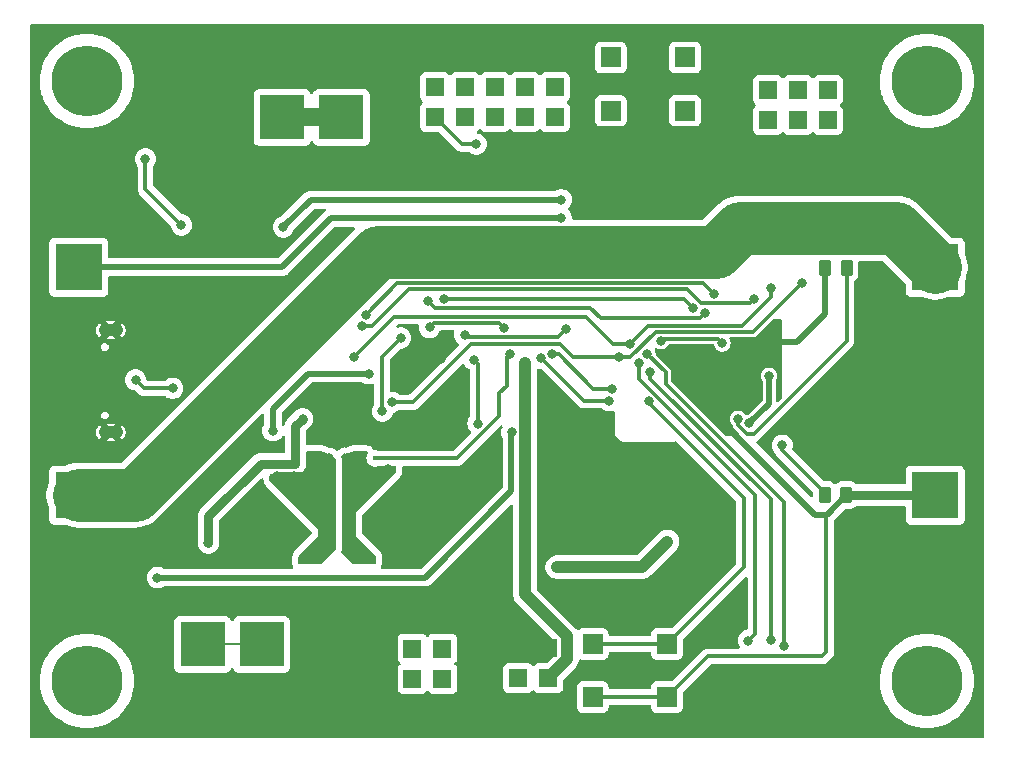
<source format=gbr>
%TF.GenerationSoftware,KiCad,Pcbnew,8.0.6+1*%
%TF.CreationDate,2024-11-09T00:28:00+00:00*%
%TF.ProjectId,LION2CELL02,4c494f4e-3243-4454-9c4c-30322e6b6963,rev?*%
%TF.SameCoordinates,Original*%
%TF.FileFunction,Copper,L1,Top*%
%TF.FilePolarity,Positive*%
%FSLAX46Y46*%
G04 Gerber Fmt 4.6, Leading zero omitted, Abs format (unit mm)*
G04 Created by KiCad (PCBNEW 8.0.6+1) date 2024-11-09 00:28:00*
%MOMM*%
%LPD*%
G01*
G04 APERTURE LIST*
G04 Aperture macros list*
%AMRoundRect*
0 Rectangle with rounded corners*
0 $1 Rounding radius*
0 $2 $3 $4 $5 $6 $7 $8 $9 X,Y pos of 4 corners*
0 Add a 4 corners polygon primitive as box body*
4,1,4,$2,$3,$4,$5,$6,$7,$8,$9,$2,$3,0*
0 Add four circle primitives for the rounded corners*
1,1,$1+$1,$2,$3*
1,1,$1+$1,$4,$5*
1,1,$1+$1,$6,$7*
1,1,$1+$1,$8,$9*
0 Add four rect primitives between the rounded corners*
20,1,$1+$1,$2,$3,$4,$5,0*
20,1,$1+$1,$4,$5,$6,$7,0*
20,1,$1+$1,$6,$7,$8,$9,0*
20,1,$1+$1,$8,$9,$2,$3,0*%
G04 Aperture macros list end*
%TA.AperFunction,ComponentPad*%
%ADD10R,3.810000X3.810000*%
%TD*%
%TA.AperFunction,ComponentPad*%
%ADD11R,1.524000X1.524000*%
%TD*%
%TA.AperFunction,ComponentPad*%
%ADD12R,1.676400X1.676400*%
%TD*%
%TA.AperFunction,ComponentPad*%
%ADD13C,6.000000*%
%TD*%
%TA.AperFunction,ComponentPad*%
%ADD14R,4.000000X4.000000*%
%TD*%
%TA.AperFunction,SMDPad,CuDef*%
%ADD15RoundRect,0.250000X-0.262500X-0.450000X0.262500X-0.450000X0.262500X0.450000X-0.262500X0.450000X0*%
%TD*%
%TA.AperFunction,SMDPad,CuDef*%
%ADD16RoundRect,0.250000X0.262500X0.450000X-0.262500X0.450000X-0.262500X-0.450000X0.262500X-0.450000X0*%
%TD*%
%TA.AperFunction,ComponentPad*%
%ADD17O,2.000000X1.000000*%
%TD*%
%TA.AperFunction,ComponentPad*%
%ADD18O,2.100000X1.050000*%
%TD*%
%TA.AperFunction,ComponentPad*%
%ADD19C,0.500000*%
%TD*%
%TA.AperFunction,SMDPad,CuDef*%
%ADD20RoundRect,0.258000X1.242000X1.242000X-1.242000X1.242000X-1.242000X-1.242000X1.242000X-1.242000X0*%
%TD*%
%TA.AperFunction,HeatsinkPad*%
%ADD21C,0.500000*%
%TD*%
%TA.AperFunction,HeatsinkPad*%
%ADD22R,1.900000X2.900000*%
%TD*%
%TA.AperFunction,ViaPad*%
%ADD23C,0.800000*%
%TD*%
%TA.AperFunction,ViaPad*%
%ADD24C,0.400000*%
%TD*%
%TA.AperFunction,Conductor*%
%ADD25C,0.300000*%
%TD*%
%TA.AperFunction,Conductor*%
%ADD26C,4.500000*%
%TD*%
%TA.AperFunction,Conductor*%
%ADD27C,0.800000*%
%TD*%
%TA.AperFunction,Conductor*%
%ADD28C,0.500000*%
%TD*%
%TA.AperFunction,Conductor*%
%ADD29C,0.200000*%
%TD*%
%TA.AperFunction,Conductor*%
%ADD30C,1.500000*%
%TD*%
%TA.AperFunction,Conductor*%
%ADD31C,1.000000*%
%TD*%
G04 APERTURE END LIST*
D10*
%TO.P,J2,1,P1*%
%TO.N,/Power Input/Power_load*%
X31690500Y57892200D03*
X26690500Y57892200D03*
%TD*%
%TO.P,J3,1,P1*%
%TO.N,GND*%
X31690500Y62896000D03*
X26690500Y62896000D03*
%TD*%
D11*
%TO.P,J4,1,2*%
%TO.N,GND*%
X42799000Y12903200D03*
%TO.P,J4,2,2*%
X42799000Y10363200D03*
%TO.P,J4,3,4*%
%TO.N,/Power Input/System_load*%
X40259000Y12903200D03*
%TO.P,J4,4,4*%
X40259000Y10363200D03*
%TO.P,J4,5,5*%
X37719000Y12903200D03*
%TO.P,J4,6,5*%
X37719000Y10363200D03*
%TO.P,J4,7,8*%
%TO.N,GND*%
X35179000Y12903200D03*
%TO.P,J4,8,8*%
X35179000Y10363200D03*
%TD*%
%TO.P,J6,1*%
%TO.N,Net-(U1-INT)*%
X42164000Y57912000D03*
%TO.P,J6,2*%
X42164000Y60452000D03*
%TD*%
%TO.P,J7,1*%
%TO.N,Net-(U1-nQON)*%
X39624000Y57912000D03*
%TO.P,J7,2*%
X39624000Y60452000D03*
%TD*%
D10*
%TO.P,J9,1,P1*%
%TO.N,GND*%
X19955500Y8323000D03*
X24955500Y8323000D03*
%TD*%
D11*
%TO.P,J10,1*%
%TO.N,Net-(U3-BTP_INT)*%
X47244000Y57912000D03*
%TO.P,J10,2*%
X47244000Y60452000D03*
%TD*%
%TO.P,J11,1*%
%TO.N,GND1*%
X49784000Y57912000D03*
%TO.P,J11,2*%
%TO.N,Net-(U3-~{PRES{slash}SHDWN})*%
X49784000Y60452000D03*
%TD*%
%TO.P,J12,1*%
%TO.N,GND*%
X65278000Y57658000D03*
%TO.P,J12,2*%
X65278000Y60198000D03*
%TO.P,J12,3*%
%TO.N,/Fuel Gauge/SCL*%
X67818000Y57658000D03*
%TO.P,J12,4*%
X67818000Y60198000D03*
%TO.P,J12,5*%
%TO.N,+3.3V*%
X70358000Y57658000D03*
%TO.P,J12,6*%
X70358000Y60198000D03*
%TO.P,J12,7*%
%TO.N,/Fuel Gauge/SDA*%
X72898000Y57658000D03*
%TO.P,J12,8*%
X72898000Y60198000D03*
%TO.P,J12,9*%
%TO.N,GND*%
X75438000Y57658000D03*
%TO.P,J12,10*%
X75438000Y60198000D03*
%TD*%
D10*
%TO.P,J8,1,P1*%
%TO.N,VBUS*%
X19955500Y13276000D03*
X24955500Y13276000D03*
%TD*%
D12*
%TO.P,SW1,1,1*%
%TO.N,Net-(U3-~{PRES{slash}SHDWN})*%
X54508000Y62956000D03*
X60808000Y62956000D03*
%TO.P,SW1,2,2*%
%TO.N,GND1*%
X54508000Y58456000D03*
X60808000Y58456000D03*
%TD*%
%TO.P,SW2,1,1*%
%TO.N,Net-(U3-~{DISP})*%
X52984000Y13299000D03*
X59284000Y13299000D03*
%TO.P,SW2,2,2*%
%TO.N,GND1*%
X52984000Y8799000D03*
X59284000Y8799000D03*
%TD*%
D11*
%TO.P,JP1,1,A*%
%TO.N,buck_out*%
X44704000Y57912000D03*
%TO.P,JP1,2,B*%
%TO.N,+3.3V*%
X44704000Y60452000D03*
%TD*%
%TO.P,J5,1*%
%TO.N,GND*%
X46685200Y12954000D03*
%TO.P,J5,2*%
X49225200Y12954000D03*
%TO.P,J5,3*%
%TO.N,buck_out*%
X46685200Y10414000D03*
%TO.P,J5,4*%
X49225200Y10414000D03*
%TO.P,J5,5*%
%TO.N,GND*%
X46685200Y7874000D03*
%TO.P,J5,6*%
X49225200Y7874000D03*
%TD*%
D13*
%TO.P,H2,1,1*%
%TO.N,unconnected-(H2-Pad1)*%
X81280000Y60960000D03*
%TD*%
%TO.P,H3,1,1*%
%TO.N,unconnected-(H3-Pad1)*%
X10160000Y10160000D03*
%TD*%
D14*
%TO.P,B1,1,+*%
%TO.N,/Fuel Gauge/B+*%
X9470000Y45210000D03*
%TO.P,B1,2,-*%
%TO.N,/Fuel Gauge/BAT_MID*%
X81970000Y45210000D03*
%TO.P,B1,3,+*%
X9470000Y25910000D03*
%TO.P,B1,4,-*%
%TO.N,GND1*%
X81970000Y25910000D03*
%TD*%
D13*
%TO.P,H4,1,1*%
%TO.N,unconnected-(H4-Pad1)*%
X81280000Y10160000D03*
%TD*%
%TO.P,H1,1,1*%
%TO.N,unconnected-(H1-Pad1)*%
X10160000Y60960000D03*
%TD*%
D15*
%TO.P,TH2,1*%
%TO.N,GND1*%
X72645900Y45161200D03*
%TO.P,TH2,2*%
%TO.N,Net-(U3-TS2)*%
X74470900Y45161200D03*
%TD*%
D16*
%TO.P,TH1,1*%
%TO.N,GND1*%
X74445500Y25908000D03*
%TO.P,TH1,2*%
%TO.N,Net-(U3-TS1)*%
X72620500Y25908000D03*
%TD*%
D17*
%TO.P,J1,G1,SHIELD*%
%TO.N,GND*%
X8001000Y31240000D03*
%TO.P,J1,G2,SHIELD*%
X8001000Y39880000D03*
D18*
%TO.P,J1,G3,SHIELD*%
X12181000Y31240000D03*
%TO.P,J1,G4,SHIELD*%
X12181000Y39880000D03*
%TD*%
D19*
%TO.P,U3,33,PWRPD*%
%TO.N,GND1*%
X61822104Y36193504D03*
D20*
X61822104Y36193504D03*
%TD*%
D21*
%TO.P,U2,9,GND*%
%TO.N,GND*%
X51573200Y27489000D03*
X51573200Y26289000D03*
X51573200Y25089000D03*
D22*
X52273200Y26289000D03*
D21*
X52973200Y27489000D03*
X52973200Y26289000D03*
X52973200Y25089000D03*
%TD*%
D23*
%TO.N,GND*%
X18719800Y36652200D03*
X37912212Y31868739D03*
X14631000Y32854904D03*
X51816000Y32766000D03*
X44704000Y30226000D03*
X57150000Y29972000D03*
X53086000Y29972000D03*
X22555200Y29337000D03*
X48768000Y33274000D03*
X32080200Y30327600D03*
X30683200Y30327600D03*
X30734000Y32512000D03*
X40132000Y37465000D03*
X22860000Y17068800D03*
%TO.N,GND1*%
X59974496Y38298711D03*
X63967104Y34093504D03*
X67437000Y38860504D03*
%TO.N,/Fuel Gauge/B+*%
X50330000Y49350029D03*
%TO.N,VBUS*%
X28420031Y32356031D03*
X27808525Y28569065D03*
X20447000Y21844000D03*
%TO.N,Net-(U1-SW1)*%
X28575000Y20574000D03*
X30167001Y22351998D03*
X30149800Y21539200D03*
X30636000Y29026000D03*
D24*
X30636000Y26670000D03*
D23*
X29464000Y20574000D03*
X27660600Y27498000D03*
X26289000Y27498000D03*
%TO.N,Net-(U1-SW2)*%
X34061400Y20574000D03*
X32317014Y22352028D03*
X32196000Y29080000D03*
D24*
X32160450Y26580011D03*
D23*
X32308800Y21539200D03*
X35687000Y28133000D03*
X32994600Y20599400D03*
%TO.N,/Fuel Gauge/PACK+*%
X42138600Y39471598D03*
X50698400Y40005000D03*
%TO.N,Net-(U3-VC2)*%
X66649600Y42494200D03*
X33484441Y40209302D03*
%TO.N,Net-(U3-VC1)*%
X16128998Y18923000D03*
X67918100Y36005504D03*
X46144000Y31216600D03*
X66243200Y31978600D03*
%TO.N,/Power Input/REGN*%
X25908000Y31369000D03*
X34012500Y36194994D03*
%TO.N,Net-(D1-A)*%
X57875400Y36344400D03*
X68061489Y13644905D03*
%TO.N,Net-(D1-K)*%
X66166996Y13589000D03*
X56937501Y37109278D03*
%TO.N,Net-(D5-K)*%
X69215004Y13107050D03*
X57607200Y37871400D03*
%TO.N,/Fuel Gauge/BAT*%
X58775600Y38961532D03*
X63958510Y38752280D03*
%TO.N,/Power Input/D+*%
X17424400Y34950400D03*
X14280500Y35662500D03*
D24*
%TO.N,Net-(U1-INT)*%
X34518600Y29019500D03*
D23*
X46008148Y37864400D03*
%TO.N,Net-(U1-nQON)*%
X45452600Y40081200D03*
X43129200Y55626000D03*
X39166800Y40106600D03*
%TO.N,Net-(U3-BTP_INT)*%
X48636135Y37481421D03*
X54356000Y33909000D03*
%TO.N,Net-(U3-~{PRES{slash}SHDWN})*%
X49559894Y37864400D03*
X54610000Y34925000D03*
%TO.N,Net-(Q1-G)*%
X42926000Y37363400D03*
X43279032Y31953200D03*
%TO.N,/Fuel Gauge/VCOM*%
X50330000Y50913927D03*
X26785025Y48602975D03*
%TO.N,Net-(Q3-G)*%
X15113000Y54356000D03*
X18161000Y48768000D03*
%TO.N,Net-(U1-TS)*%
X35172324Y33012020D03*
X36728401Y39217599D03*
%TO.N,Net-(U3-PCHG)*%
X62458600Y41325800D03*
X39040200Y42342200D03*
%TO.N,Net-(U3-DSG)*%
X40353905Y42533000D03*
X61493400Y41732200D03*
%TO.N,Net-(U3-CHG)*%
X63254416Y42914000D03*
X33754390Y41172179D03*
%TO.N,Net-(U3-~{DISP})*%
X57737269Y33886669D03*
%TO.N,Net-(U3-TS1)*%
X69037200Y30124400D03*
%TO.N,Net-(U3-TS2)*%
X65278000Y32359600D03*
%TO.N,/Fuel Gauge/SCL*%
X32766000Y37592000D03*
X56134000Y38735000D03*
X68097400Y43459400D03*
%TO.N,/Fuel Gauge/SDA*%
X35987496Y33772440D03*
X70670760Y43889941D03*
X55244996Y37592000D03*
%TO.N,Net-(D2-K)*%
X49968000Y19812000D03*
X59309000Y21971000D03*
%TO.N,buck_out*%
X47244000Y37084000D03*
%TD*%
D25*
%TO.N,GND*%
X14631000Y32792000D02*
X14631000Y32854904D01*
X14605000Y32766000D02*
X14631000Y32792000D01*
D26*
%TO.N,/Fuel Gauge/BAT_MID*%
X14208000Y25910000D02*
X34785200Y46487200D01*
X34785200Y46487200D02*
X63462491Y46487200D01*
X65469091Y48493800D02*
X78686200Y48493800D01*
X78686200Y48493800D02*
X81970000Y45210000D01*
X9470000Y25910000D02*
X14208000Y25910000D01*
X63462491Y46487200D02*
X65469091Y48493800D01*
D25*
%TO.N,GND1*%
X72771000Y24233500D02*
X74445500Y25908000D01*
D27*
X81970000Y25910000D02*
X74448000Y25910000D01*
D25*
X62739000Y12254000D02*
X72426600Y12254000D01*
D28*
X59974496Y38041112D02*
X59974496Y38298711D01*
X63967104Y34093504D02*
X63922104Y34093504D01*
X72646000Y41260800D02*
X70245704Y38860504D01*
X61822104Y36193504D02*
X59974496Y38041112D01*
X64770000Y36193504D02*
X67437000Y38860504D01*
X70245704Y38860504D02*
X67437000Y38860504D01*
D25*
X72426600Y12254000D02*
X72771000Y12598400D01*
D28*
X63922104Y34093504D02*
X61822104Y36193504D01*
X72646000Y44840700D02*
X72646000Y41260800D01*
X63967104Y32119051D02*
X71832155Y24254000D01*
X61822104Y36193504D02*
X64770000Y36193504D01*
X71832155Y24254000D02*
X72792000Y24254000D01*
D25*
X52984000Y8799000D02*
X59284000Y8799000D01*
X72771000Y12598400D02*
X72771000Y24233500D01*
X59284000Y8799000D02*
X62739000Y12254000D01*
D28*
X63967104Y34093504D02*
X63967104Y32119051D01*
X72792000Y24254000D02*
X74446000Y25908000D01*
%TO.N,/Fuel Gauge/B+*%
X30808029Y49350029D02*
X26668000Y45210000D01*
X26668000Y45210000D02*
X9470000Y45210000D01*
X50330000Y49350029D02*
X30808029Y49350029D01*
D27*
%TO.N,VBUS*%
X20447000Y24130000D02*
X24886065Y28569065D01*
X27813000Y28573540D02*
X27813000Y31749000D01*
D29*
X24955500Y13276000D02*
X19956000Y13276000D01*
D27*
X24886065Y28569065D02*
X27808525Y28569065D01*
X27808525Y28569065D02*
X27813000Y28573540D01*
X27813000Y31749000D02*
X28420031Y32356031D01*
X20447000Y21844000D02*
X20447000Y24130000D01*
%TO.N,Net-(U1-SW1)*%
X26289000Y27498000D02*
X29108000Y27498000D01*
X30636000Y22820997D02*
X30167001Y22351998D01*
X29108000Y27498000D02*
X30636000Y29026000D01*
X30636000Y29026000D02*
X30636000Y22820997D01*
%TO.N,Net-(U1-SW2)*%
X35737800Y28133000D02*
X35237800Y27633000D01*
X35237800Y27633000D02*
X33643000Y27633000D01*
X32196000Y22473042D02*
X32317014Y22352028D01*
X33643000Y27633000D02*
X32196000Y29080000D01*
X32196000Y29080000D02*
X32196000Y22473042D01*
D30*
%TO.N,/Power Input/Power_load*%
X31690500Y57892200D02*
X26690500Y57892200D01*
D25*
%TO.N,/Fuel Gauge/PACK+*%
X42283998Y39326200D02*
X42138600Y39471598D01*
X50019600Y39326200D02*
X42283998Y39326200D01*
X50698400Y40005000D02*
X50019600Y39326200D01*
%TO.N,Net-(U3-VC2)*%
X33484441Y40209302D02*
X34316502Y40209302D01*
X66319400Y42164000D02*
X66649600Y42494200D01*
X34316502Y40209302D02*
X37454600Y43347400D01*
X62122261Y42164000D02*
X66319400Y42164000D01*
X37454600Y43347400D02*
X60938861Y43347400D01*
X60938861Y43347400D02*
X62122261Y42164000D01*
D28*
%TO.N,Net-(U3-VC1)*%
X67918100Y36005504D02*
X67918100Y33653500D01*
X67918100Y33653500D02*
X66243200Y31978600D01*
X16128998Y18923000D02*
X38811200Y18923000D01*
X46101000Y31173600D02*
X46144000Y31216600D01*
X38811200Y18923000D02*
X46101000Y26212800D01*
X46101000Y26212800D02*
X46101000Y31173600D01*
%TO.N,/Power Input/REGN*%
X25908000Y33213017D02*
X25908000Y31369000D01*
X28889977Y36194994D02*
X25908000Y33213017D01*
X34012500Y36194994D02*
X28889977Y36194994D01*
D25*
%TO.N,Net-(D1-A)*%
X57875400Y35749000D02*
X57875400Y36344400D01*
X68061489Y13644905D02*
X68061489Y25562911D01*
X68061489Y25562911D02*
X57875400Y35749000D01*
%TO.N,Net-(D1-K)*%
X56937501Y37109278D02*
X56937501Y35747099D01*
X56937501Y35747099D02*
X66751200Y25933400D01*
X66751200Y25933400D02*
X66751200Y14173204D01*
X66751200Y14173204D02*
X66166996Y13589000D01*
%TO.N,Net-(D5-K)*%
X69215004Y25298396D02*
X59182000Y35331400D01*
X69215004Y13107050D02*
X69215004Y25298396D01*
X59182000Y36296600D02*
X57607200Y37871400D01*
X59182000Y35331400D02*
X59182000Y36296600D01*
%TO.N,/Fuel Gauge/BAT*%
X63958510Y38752280D02*
X63569390Y39141400D01*
X58955468Y39141400D02*
X58775600Y38961532D01*
X63569390Y39141400D02*
X58955468Y39141400D01*
%TO.N,/Power Input/D+*%
X14992600Y34950400D02*
X17424400Y34950400D01*
X14280500Y35662500D02*
X14992600Y34950400D01*
%TO.N,Net-(U1-INT)*%
X45720000Y37576252D02*
X46008148Y37864400D01*
X34518600Y29019500D02*
X41465500Y29019500D01*
X45085000Y34544000D02*
X45720000Y35179000D01*
X45085000Y32639000D02*
X45085000Y34544000D01*
X45720000Y35179000D02*
X45720000Y37576252D01*
X41465500Y29019500D02*
X45085000Y32639000D01*
%TO.N,Net-(U1-nQON)*%
X41910000Y55626000D02*
X39624000Y57912000D01*
X43129200Y55626000D02*
X41910000Y55626000D01*
X39573200Y40513000D02*
X45020800Y40513000D01*
X39166800Y40106600D02*
X39573200Y40513000D01*
X45020800Y40513000D02*
X45452600Y40081200D01*
%TO.N,Net-(U3-BTP_INT)*%
X54356000Y33909000D02*
X52208556Y33909000D01*
X52208556Y33909000D02*
X48636135Y37481421D01*
%TO.N,Net-(U3-~{PRES{slash}SHDWN})*%
X53026738Y34925000D02*
X50087338Y37864400D01*
X50087338Y37864400D02*
X49559894Y37864400D01*
X54610000Y34925000D02*
X53026738Y34925000D01*
%TO.N,Net-(Q1-G)*%
X43279032Y37010368D02*
X43279032Y31953200D01*
X42926000Y37363400D02*
X43279032Y37010368D01*
D28*
%TO.N,/Fuel Gauge/VCOM*%
X29095977Y50913927D02*
X26785025Y48602975D01*
X50330000Y50913927D02*
X29095977Y50913927D01*
D25*
%TO.N,Net-(Q3-G)*%
X15113000Y51816000D02*
X15113000Y54356000D01*
X18161000Y48768000D02*
X15113000Y51816000D01*
%TO.N,Net-(U1-TS)*%
X35172324Y33012020D02*
X35137496Y33046848D01*
X35137496Y37626694D02*
X36728401Y39217599D01*
X35137496Y33046848D02*
X35137496Y37626694D01*
%TO.N,Net-(U3-PCHG)*%
X39040200Y42342200D02*
X39599400Y41783000D01*
X39599400Y41783000D02*
X52782596Y41783000D01*
X62026800Y40894000D02*
X62458600Y41325800D01*
X53671596Y40894000D02*
X62026800Y40894000D01*
X52782596Y41783000D02*
X53671596Y40894000D01*
%TO.N,Net-(U3-DSG)*%
X40353905Y42533000D02*
X60692600Y42533000D01*
X60692600Y42533000D02*
X61493400Y41732200D01*
%TO.N,Net-(U3-CHG)*%
X62321016Y43847400D02*
X63254416Y42914000D01*
X33754390Y41172179D02*
X36429611Y43847400D01*
X36429611Y43847400D02*
X62321016Y43847400D01*
%TO.N,Net-(U3-~{DISP})*%
X52984000Y13299000D02*
X59284000Y13299000D01*
X65786000Y25654000D02*
X57737269Y33702731D01*
X65786000Y19801000D02*
X65786000Y25654000D01*
X57737269Y33702731D02*
X57737269Y33886669D01*
X59284000Y13299000D02*
X65786000Y19801000D01*
%TO.N,Net-(U3-TS1)*%
X69037200Y29692600D02*
X69037200Y30124400D01*
X72620500Y26109300D02*
X69037200Y29692600D01*
%TO.N,Net-(U3-TS2)*%
X66014600Y31089600D02*
X66624200Y31089600D01*
X66624200Y31089600D02*
X74471000Y38936400D01*
X65278000Y32359600D02*
X65278000Y31826200D01*
X65278000Y31826200D02*
X66014600Y31089600D01*
X74471000Y38936400D02*
X74471000Y45161100D01*
%TO.N,/Fuel Gauge/SCL*%
X52451000Y41021000D02*
X36195000Y41021000D01*
X65658350Y40259000D02*
X68097400Y42698050D01*
X57658000Y40259000D02*
X65658350Y40259000D01*
X36195000Y41021000D02*
X32766000Y37592000D01*
X68097400Y42698050D02*
X68097400Y43459400D01*
X54737000Y38735000D02*
X52451000Y41021000D01*
X56134000Y38735000D02*
X54737000Y38735000D01*
X56134000Y38735000D02*
X57658000Y40259000D01*
%TO.N,/Fuel Gauge/SDA*%
X50191346Y38724450D02*
X42712250Y38724450D01*
X55245000Y37592000D02*
X51323796Y37592000D01*
X37760240Y33772440D02*
X35987496Y33772440D01*
D29*
X55245000Y37592000D02*
X55244996Y37592000D01*
D25*
X58318400Y39751000D02*
X66531819Y39751000D01*
X55245000Y37592000D02*
X56159400Y37592000D01*
X56159400Y37592000D02*
X58318400Y39751000D01*
X42712250Y38724450D02*
X37760240Y33772440D01*
X66531819Y39751000D02*
X70670760Y43889941D01*
X51323796Y37592000D02*
X50191346Y38724450D01*
D31*
%TO.N,Net-(D2-K)*%
X57150000Y19812000D02*
X49968000Y19812000D01*
X59309000Y21971000D02*
X57150000Y19812000D01*
%TO.N,buck_out*%
X50800000Y11988800D02*
X49225200Y10414000D01*
X47244000Y37084000D02*
X47244000Y17526000D01*
X47244000Y17526000D02*
X50800000Y13970000D01*
X50800000Y13970000D02*
X50800000Y11988800D01*
%TD*%
%TA.AperFunction,Conductor*%
%TO.N,Net-(U1-SW2)*%
G36*
X33910216Y29596715D02*
G01*
X33955971Y29543911D01*
X33965915Y29474753D01*
X33945228Y29421963D01*
X33906038Y29365187D01*
X33893781Y29347429D01*
X33833460Y29188375D01*
X33833459Y29188370D01*
X33812955Y29019500D01*
X33833459Y28850631D01*
X33833460Y28850626D01*
X33893782Y28691569D01*
X33953654Y28604831D01*
X33990417Y28551571D01*
X34092427Y28461198D01*
X34117750Y28438764D01*
X34266028Y28360942D01*
X34268375Y28359710D01*
X34433544Y28319000D01*
X34603656Y28319000D01*
X34768825Y28359710D01*
X34768830Y28359713D01*
X34772073Y28360942D01*
X34816045Y28369000D01*
X36223400Y28369000D01*
X36290439Y28349315D01*
X36336194Y28296511D01*
X36347400Y28245000D01*
X36347400Y27889762D01*
X36327715Y27822723D01*
X36311081Y27802081D01*
X32969200Y24460201D01*
X32969200Y22402800D01*
X34583881Y20788119D01*
X34617366Y20726796D01*
X34620200Y20700438D01*
X34620200Y20164600D01*
X34600515Y20097561D01*
X34547711Y20051806D01*
X34496200Y20040600D01*
X32766562Y20040600D01*
X32699523Y20060285D01*
X32678881Y20076919D01*
X31725929Y21029871D01*
X31692444Y21091194D01*
X31694634Y21152489D01*
X31714321Y21219533D01*
X31714322Y21219540D01*
X31714323Y21219542D01*
X31714324Y21219546D01*
X31734800Y21361962D01*
X31734800Y28930038D01*
X31731903Y28984078D01*
X31729069Y29010436D01*
X31720414Y29063848D01*
X31695895Y29129583D01*
X31690910Y29199273D01*
X31724392Y29260593D01*
X31859888Y29396089D01*
X31921207Y29429571D01*
X31973345Y29429695D01*
X31985554Y29427100D01*
X31985555Y29427100D01*
X32174844Y29427100D01*
X32174846Y29427100D01*
X32360003Y29466456D01*
X32532930Y29543449D01*
X32583639Y29580291D01*
X32600744Y29592718D01*
X32666550Y29616198D01*
X32673629Y29616400D01*
X33843177Y29616400D01*
X33910216Y29596715D01*
G37*
%TD.AperFunction*%
%TD*%
%TA.AperFunction,Conductor*%
%TO.N,Net-(U1-SW1)*%
G36*
X30156810Y29596715D02*
G01*
X30162656Y29592718D01*
X30230465Y29543452D01*
X30230470Y29543449D01*
X30403392Y29466458D01*
X30403397Y29466456D01*
X30588554Y29427100D01*
X30588555Y29427100D01*
X30732238Y29427100D01*
X30799277Y29407415D01*
X30819919Y29390781D01*
X31192981Y29017719D01*
X31226466Y28956396D01*
X31229300Y28930038D01*
X31229300Y21361962D01*
X31209615Y21294923D01*
X31192981Y21274281D01*
X29995619Y20076919D01*
X29934296Y20043434D01*
X29907938Y20040600D01*
X28178300Y20040600D01*
X28111261Y20060285D01*
X28065506Y20113089D01*
X28054300Y20164600D01*
X28054300Y20700438D01*
X28073985Y20767477D01*
X28090619Y20788119D01*
X28664462Y21361962D01*
X29705300Y22402800D01*
X29705300Y23012400D01*
X25652219Y27065481D01*
X25618734Y27126804D01*
X25615900Y27153162D01*
X25615900Y27544565D01*
X25635585Y27611604D01*
X25688389Y27657359D01*
X25739900Y27668565D01*
X27903170Y27668565D01*
X27903171Y27668565D01*
X27989224Y27686857D01*
X27990659Y27687153D01*
X28071191Y27703170D01*
X28071196Y27703172D01*
X28077020Y27704938D01*
X28077153Y27704497D01*
X28087844Y27707818D01*
X28087929Y27707837D01*
X28088328Y27707921D01*
X28162603Y27740992D01*
X28165504Y27742237D01*
X28173803Y27745674D01*
X28235072Y27771052D01*
X28236164Y27771782D01*
X28254624Y27781962D01*
X28261255Y27784914D01*
X28321564Y27828732D01*
X28325491Y27831470D01*
X28382561Y27869601D01*
X28388260Y27875302D01*
X28403058Y27887941D01*
X28414396Y27896177D01*
X28459796Y27946600D01*
X28464228Y27951270D01*
X28512464Y27999505D01*
X28521969Y28013733D01*
X28532928Y28027820D01*
X28541055Y28036846D01*
X28541054Y28036846D01*
X28541058Y28036849D01*
X28562185Y28073445D01*
X28566445Y28080297D01*
X28611013Y28146993D01*
X28624058Y28178491D01*
X28631233Y28193040D01*
X28635704Y28200781D01*
X28642981Y28223181D01*
X28646332Y28232264D01*
X28678895Y28310874D01*
X28689181Y28362592D01*
X28692866Y28376708D01*
X28694199Y28380809D01*
X28695167Y28390027D01*
X28696867Y28401232D01*
X28713500Y28484849D01*
X28713500Y28557950D01*
X28713985Y28567208D01*
X28713985Y28570923D01*
X28713500Y28580178D01*
X28713500Y29492400D01*
X28733185Y29559439D01*
X28785989Y29605194D01*
X28837500Y29616400D01*
X30089771Y29616400D01*
X30156810Y29596715D01*
G37*
%TD.AperFunction*%
%TD*%
%TA.AperFunction,Conductor*%
%TO.N,GND1*%
G36*
X68954839Y40823515D02*
G01*
X69000594Y40770711D01*
X69011800Y40719200D01*
X69011800Y34188962D01*
X68992115Y34121923D01*
X68975481Y34101281D01*
X68680281Y33806081D01*
X68618958Y33772596D01*
X68549266Y33777580D01*
X68493333Y33819452D01*
X68468916Y33884916D01*
X68468600Y33893762D01*
X68468600Y35531266D01*
X68488285Y35598305D01*
X68490550Y35601706D01*
X68506973Y35625499D01*
X68542918Y35677574D01*
X68603240Y35836632D01*
X68623745Y36005504D01*
X68603240Y36174376D01*
X68542918Y36333434D01*
X68446283Y36473433D01*
X68351416Y36557478D01*
X68318949Y36586241D01*
X68168326Y36665294D01*
X68003156Y36706004D01*
X67833044Y36706004D01*
X67667873Y36665294D01*
X67517250Y36586241D01*
X67389916Y36473432D01*
X67293282Y36333436D01*
X67232960Y36174379D01*
X67232959Y36174374D01*
X67212455Y36005504D01*
X67232959Y35836635D01*
X67232960Y35836630D01*
X67293282Y35677573D01*
X67345650Y35601706D01*
X67367533Y35535352D01*
X67367600Y35531266D01*
X67367600Y33932887D01*
X67347915Y33865848D01*
X67331281Y33845206D01*
X66191918Y32705844D01*
X66133912Y32673128D01*
X66028017Y32647027D01*
X65958215Y32650096D01*
X65901153Y32690416D01*
X65896292Y32696984D01*
X65806183Y32827529D01*
X65678852Y32940334D01*
X65678849Y32940337D01*
X65528226Y33019390D01*
X65363056Y33060100D01*
X65192944Y33060100D01*
X65027773Y33019390D01*
X64877150Y32940337D01*
X64749816Y32827528D01*
X64653182Y32687532D01*
X64592860Y32528475D01*
X64592859Y32528470D01*
X64572355Y32359600D01*
X64592859Y32190731D01*
X64592860Y32190726D01*
X64653182Y32031669D01*
X64749815Y31891673D01*
X64749816Y31891672D01*
X64749817Y31891671D01*
X64785727Y31859858D01*
X64822853Y31800671D01*
X64826407Y31774947D01*
X64826439Y31774951D01*
X64827081Y31770074D01*
X64827500Y31767043D01*
X64827500Y31766892D01*
X64851712Y31676528D01*
X64858200Y31652315D01*
X64858200Y31652314D01*
X64858201Y31652313D01*
X64917511Y31549586D01*
X64917513Y31549584D01*
X65369015Y31098081D01*
X65402500Y31036758D01*
X65397516Y30967066D01*
X65355644Y30911133D01*
X65290180Y30886716D01*
X65281334Y30886400D01*
X64315465Y30886400D01*
X64248426Y30906085D01*
X64227784Y30922719D01*
X59668819Y35481684D01*
X59635334Y35543007D01*
X59632500Y35569365D01*
X59632500Y36355907D01*
X59632500Y36355909D01*
X59601799Y36470486D01*
X59592347Y36486857D01*
X59592345Y36486861D01*
X59592345Y36486862D01*
X59542492Y36573210D01*
X59542488Y36573215D01*
X58348116Y37767587D01*
X58314631Y37828910D01*
X58312996Y37863898D01*
X58312845Y37863898D01*
X58312845Y37867135D01*
X58312701Y37870216D01*
X58312845Y37871400D01*
X58292340Y38040272D01*
X58232018Y38199330D01*
X58232011Y38199340D01*
X58231232Y38200826D01*
X58230987Y38202047D01*
X58229358Y38206343D01*
X58230072Y38206614D01*
X58217505Y38269334D01*
X58242996Y38334388D01*
X58299610Y38375334D01*
X58369375Y38379171D01*
X58398653Y38368251D01*
X58499731Y38315201D01*
X58525375Y38301742D01*
X58690544Y38261032D01*
X58860656Y38261032D01*
X59025825Y38301742D01*
X59152546Y38368251D01*
X59176449Y38380796D01*
X59176450Y38380798D01*
X59176452Y38380798D01*
X59303783Y38493603D01*
X59400418Y38633602D01*
X59400418Y38633603D01*
X59402998Y38637340D01*
X59457281Y38681330D01*
X59505048Y38690900D01*
X63150464Y38690900D01*
X63217503Y38671215D01*
X63263258Y38618411D01*
X63271099Y38590575D01*
X63271575Y38590692D01*
X63273370Y38583406D01*
X63333692Y38424349D01*
X63392378Y38339329D01*
X63430327Y38284351D01*
X63524608Y38200826D01*
X63557660Y38171544D01*
X63708283Y38092491D01*
X63708285Y38092490D01*
X63873454Y38051780D01*
X64043566Y38051780D01*
X64208735Y38092490D01*
X64288202Y38134199D01*
X64359359Y38171544D01*
X64359360Y38171546D01*
X64359362Y38171546D01*
X64486693Y38284351D01*
X64583328Y38424350D01*
X64643650Y38583408D01*
X64664155Y38752280D01*
X64643650Y38921152D01*
X64583328Y39080210D01*
X64565485Y39106060D01*
X64543602Y39172414D01*
X64561067Y39240066D01*
X64612335Y39287536D01*
X64667535Y39300500D01*
X66591127Y39300500D01*
X66591128Y39300500D01*
X66681492Y39324714D01*
X66705706Y39331201D01*
X66808433Y39390511D01*
X68224803Y40806881D01*
X68286126Y40840366D01*
X68312484Y40843200D01*
X68887800Y40843200D01*
X68954839Y40823515D01*
G37*
%TD.AperFunction*%
%TD*%
%TA.AperFunction,Conductor*%
%TO.N,GND*%
G36*
X48396697Y36611697D02*
G01*
X48541484Y36580921D01*
X48541489Y36580921D01*
X48564499Y36580921D01*
X48632620Y36560919D01*
X48653594Y36544016D01*
X51703280Y33494331D01*
X51793887Y33403724D01*
X51900429Y33332535D01*
X52018812Y33283499D01*
X52144487Y33258500D01*
X53678375Y33258500D01*
X53746496Y33238498D01*
X53752436Y33234436D01*
X53903267Y33124851D01*
X53903267Y33124850D01*
X53910266Y33121734D01*
X54076197Y33047856D01*
X54261354Y33008500D01*
X54450646Y33008500D01*
X54635803Y33047856D01*
X54663852Y33060345D01*
X54734216Y33069779D01*
X54798514Y33039674D01*
X54836328Y32979586D01*
X54841100Y32945238D01*
X54841100Y31267951D01*
X54843995Y31213943D01*
X54843998Y31213911D01*
X54846827Y31187594D01*
X54846828Y31187586D01*
X54846829Y31187575D01*
X54846831Y31187564D01*
X54855486Y31134152D01*
X54855487Y31134148D01*
X54855488Y31134145D01*
X54905764Y30999352D01*
X54905767Y30999345D01*
X54938171Y30940000D01*
X54939253Y30938020D01*
X55025477Y30822839D01*
X55283039Y30565277D01*
X55323300Y30529112D01*
X55343942Y30512478D01*
X55387826Y30480833D01*
X55387829Y30480832D01*
X55387830Y30480831D01*
X55518697Y30421064D01*
X55518701Y30421063D01*
X55518703Y30421062D01*
X55585742Y30401377D01*
X55585746Y30401376D01*
X55728162Y30380900D01*
X59617133Y30380900D01*
X59617135Y30380900D01*
X59635181Y30381222D01*
X59644027Y30381538D01*
X59662044Y30382504D01*
X59802627Y30413086D01*
X59802628Y30413086D01*
X59802629Y30413087D01*
X59802636Y30413088D01*
X59868100Y30437505D01*
X59924026Y30468043D01*
X59993396Y30483134D01*
X60059917Y30458324D01*
X60073504Y30446550D01*
X65098595Y25421459D01*
X65132621Y25359147D01*
X65135500Y25332364D01*
X65135500Y20122637D01*
X65115498Y20054516D01*
X65098595Y20033542D01*
X59739657Y14674605D01*
X59677345Y14640579D01*
X59650562Y14637700D01*
X58397935Y14637700D01*
X58397914Y14637698D01*
X58338319Y14631292D01*
X58338318Y14631292D01*
X58203473Y14580999D01*
X58203470Y14580997D01*
X58088253Y14494747D01*
X58002003Y14379530D01*
X58002001Y14379527D01*
X57951709Y14244685D01*
X57945300Y14185079D01*
X57945300Y14075500D01*
X57925298Y14007379D01*
X57871642Y13960886D01*
X57819300Y13949500D01*
X54448699Y13949500D01*
X54380578Y13969502D01*
X54334085Y14023158D01*
X54322699Y14075500D01*
X54322699Y14185065D01*
X54322699Y14185072D01*
X54316291Y14244683D01*
X54268376Y14373151D01*
X54265998Y14379527D01*
X54265996Y14379530D01*
X54265996Y14379531D01*
X54213133Y14450147D01*
X54179746Y14494747D01*
X54102791Y14552355D01*
X54064531Y14580996D01*
X54064529Y14580997D01*
X54064526Y14580999D01*
X53929683Y14631291D01*
X53929686Y14631291D01*
X53870073Y14637700D01*
X52097935Y14637700D01*
X52097914Y14637698D01*
X52038319Y14631292D01*
X52038318Y14631292D01*
X51903473Y14580999D01*
X51903470Y14580997D01*
X51804294Y14506754D01*
X51737774Y14481943D01*
X51668400Y14497034D01*
X51624020Y14537620D01*
X51583969Y14597560D01*
X51577139Y14607782D01*
X51437782Y14747139D01*
X51437781Y14747140D01*
X48281405Y17903516D01*
X48247379Y17965828D01*
X48244500Y17992611D01*
X48244500Y19910545D01*
X48967500Y19910545D01*
X48967500Y19713456D01*
X49005949Y19520165D01*
X49005950Y19520162D01*
X49032852Y19455215D01*
X49081368Y19338086D01*
X49190861Y19174218D01*
X49330218Y19034861D01*
X49494086Y18925368D01*
X49676165Y18849949D01*
X49869459Y18811500D01*
X57248536Y18811500D01*
X57248540Y18811500D01*
X57248541Y18811500D01*
X57345188Y18830725D01*
X57441836Y18849949D01*
X57476721Y18864400D01*
X57495156Y18872035D01*
X57495159Y18872037D01*
X57495165Y18872039D01*
X57623914Y18925368D01*
X57787782Y19034861D01*
X57927139Y19174218D01*
X57927140Y19174221D01*
X57934316Y19181396D01*
X57934322Y19181404D01*
X60086139Y21333219D01*
X60195631Y21497086D01*
X60271051Y21679164D01*
X60309500Y21872460D01*
X60309500Y22069540D01*
X60271051Y22262836D01*
X60195631Y22444914D01*
X60086139Y22608781D01*
X59946781Y22748139D01*
X59782914Y22857631D01*
X59600837Y22933051D01*
X59407542Y22971500D01*
X59407540Y22971500D01*
X59210460Y22971500D01*
X59210457Y22971500D01*
X59017162Y22933051D01*
X59017161Y22933050D01*
X58835084Y22857630D01*
X58671220Y22748140D01*
X58671214Y22748135D01*
X56772485Y20849405D01*
X56710173Y20815379D01*
X56683390Y20812500D01*
X49869455Y20812500D01*
X49676164Y20774051D01*
X49676161Y20774050D01*
X49494085Y20698632D01*
X49330222Y20589142D01*
X49330215Y20589137D01*
X49190863Y20449785D01*
X49190858Y20449778D01*
X49081368Y20285915D01*
X49005950Y20103839D01*
X49005949Y20103836D01*
X48967500Y19910545D01*
X48244500Y19910545D01*
X48244500Y36488451D01*
X48264502Y36556572D01*
X48318158Y36603065D01*
X48388432Y36613169D01*
X48396697Y36611697D01*
G37*
%TD.AperFunction*%
%TA.AperFunction,Conductor*%
G36*
X45273153Y31803041D02*
G01*
X45329989Y31760494D01*
X45354800Y31693974D01*
X45339709Y31624600D01*
X45338241Y31621987D01*
X45316822Y31584889D01*
X45316818Y31584879D01*
X45258325Y31404857D01*
X45238540Y31216600D01*
X45258325Y31028345D01*
X45316822Y30848313D01*
X45333618Y30819223D01*
X45350500Y30756221D01*
X45350500Y26575858D01*
X45330498Y26507737D01*
X45313595Y26486763D01*
X38537237Y19710405D01*
X38474925Y19676379D01*
X38448142Y19673500D01*
X35152975Y19673500D01*
X35084854Y19693502D01*
X35038361Y19747158D01*
X35028257Y19817432D01*
X35038360Y19851840D01*
X35085538Y19955141D01*
X35105223Y20022180D01*
X35105224Y20022184D01*
X35125700Y20164600D01*
X35125700Y20700438D01*
X35125700Y20700444D01*
X35125700Y20700450D01*
X35122804Y20754458D01*
X35122803Y20754478D01*
X35119969Y20780836D01*
X35111314Y20834248D01*
X35061032Y20969057D01*
X35027547Y21030380D01*
X34941323Y21145561D01*
X33511604Y22575280D01*
X33477579Y22637591D01*
X33474700Y22664374D01*
X33474700Y24198626D01*
X33494702Y24266747D01*
X33511605Y24287721D01*
X36668509Y27444624D01*
X36668519Y27444634D01*
X36668523Y27444638D01*
X36704688Y27484900D01*
X36721322Y27505542D01*
X36752967Y27549426D01*
X36812738Y27680303D01*
X36832423Y27747342D01*
X36832424Y27747346D01*
X36852900Y27889762D01*
X36852900Y28243000D01*
X36872902Y28311121D01*
X36926558Y28357614D01*
X36978900Y28369000D01*
X41529564Y28369000D01*
X41529569Y28369000D01*
X41655244Y28393999D01*
X41773627Y28443035D01*
X41800810Y28461198D01*
X41880169Y28514223D01*
X45140026Y31774080D01*
X45202338Y31808106D01*
X45273153Y31803041D01*
G37*
%TD.AperFunction*%
%TA.AperFunction,Conductor*%
G36*
X42044110Y37032200D02*
G01*
X42100946Y36989653D01*
X42109197Y36977144D01*
X42193465Y36831186D01*
X42193466Y36831184D01*
X42320126Y36690514D01*
X42470969Y36580921D01*
X42473270Y36579249D01*
X42553780Y36543404D01*
X42607876Y36497424D01*
X42628526Y36429497D01*
X42628532Y36428297D01*
X42628532Y32624890D01*
X42608530Y32556769D01*
X42596168Y32540580D01*
X42546498Y32485417D01*
X42546497Y32485415D01*
X42451854Y32321487D01*
X42451850Y32321479D01*
X42393357Y32141457D01*
X42373572Y31953200D01*
X42393357Y31764944D01*
X42451850Y31584922D01*
X42451854Y31584914D01*
X42546496Y31420988D01*
X42546497Y31420986D01*
X42546499Y31420984D01*
X42561020Y31404857D01*
X42656265Y31299076D01*
X42686982Y31235068D01*
X42678217Y31164615D01*
X42651723Y31125671D01*
X41232957Y29706904D01*
X41170647Y29672880D01*
X41143864Y29670000D01*
X34816412Y29670000D01*
X34771732Y29678188D01*
X34768827Y29679290D01*
X34603659Y29720000D01*
X34603656Y29720000D01*
X34506380Y29720000D01*
X34438259Y29740002D01*
X34400382Y29777879D01*
X34365171Y29832667D01*
X34338002Y29874943D01*
X34338001Y29874944D01*
X34338000Y29874946D01*
X34337999Y29874948D01*
X34292250Y29927744D01*
X34289150Y29930430D01*
X34183513Y30021967D01*
X34183511Y30021968D01*
X34052638Y30081738D01*
X33985602Y30101422D01*
X33985588Y30101425D01*
X33843182Y30121900D01*
X33843177Y30121900D01*
X32673629Y30121900D01*
X32673622Y30121900D01*
X32659228Y30121695D01*
X32652508Y30121503D01*
X32652131Y30121492D01*
X32652129Y30121492D01*
X32652097Y30121491D01*
X32637682Y30120873D01*
X32496680Y30092302D01*
X32430868Y30068820D01*
X32342074Y30021968D01*
X32303627Y30001682D01*
X32303625Y30001681D01*
X32303620Y30001678D01*
X32300185Y29999539D01*
X32233587Y29980500D01*
X32101352Y29980500D01*
X32015365Y29962224D01*
X32013753Y29961892D01*
X31980374Y29955252D01*
X31933334Y29945895D01*
X31933332Y29945895D01*
X31933326Y29945893D01*
X31927414Y29944100D01*
X31927278Y29944547D01*
X31916535Y29941216D01*
X31916198Y29941145D01*
X31914926Y29940578D01*
X31912151Y29939830D01*
X31909922Y29939105D01*
X31909885Y29939219D01*
X31877312Y29930430D01*
X31813760Y29923520D01*
X31678943Y29873237D01*
X31619636Y29840853D01*
X31618131Y29840067D01*
X31617620Y29839751D01*
X31502447Y29753533D01*
X31433327Y29684413D01*
X31371014Y29650388D01*
X31300199Y29655454D01*
X31250595Y29689199D01*
X31241869Y29698890D01*
X31230658Y29707035D01*
X31215623Y29719876D01*
X31210035Y29725464D01*
X31210034Y29725465D01*
X31210033Y29725466D01*
X31188881Y29739599D01*
X31174687Y29750625D01*
X31137100Y29784388D01*
X31116458Y29801022D01*
X31072574Y29832667D01*
X31072571Y29832669D01*
X31072569Y29832670D01*
X30941702Y29892437D01*
X30874663Y29912122D01*
X30874649Y29912125D01*
X30732243Y29932600D01*
X30732238Y29932600D01*
X30654929Y29932600D01*
X30628731Y29935354D01*
X30573416Y29947112D01*
X30548364Y29955252D01*
X30496704Y29978253D01*
X30473896Y29991421D01*
X30459781Y30001676D01*
X30447963Y30010007D01*
X30445696Y30011557D01*
X30442112Y30014008D01*
X30430109Y30021966D01*
X30430107Y30021968D01*
X30299232Y30081738D01*
X30232196Y30101422D01*
X30232182Y30101425D01*
X30089776Y30121900D01*
X30089771Y30121900D01*
X28839500Y30121900D01*
X28771379Y30141902D01*
X28724886Y30195558D01*
X28713500Y30247900D01*
X28713500Y31323811D01*
X28733502Y31391932D01*
X28750400Y31412902D01*
X28999659Y31662161D01*
X29014689Y31674997D01*
X29025902Y31683143D01*
X29071279Y31733541D01*
X29075763Y31738266D01*
X29119494Y31781995D01*
X29127640Y31794188D01*
X29138761Y31808486D01*
X29152564Y31823815D01*
X29183105Y31876716D01*
X29187426Y31883665D01*
X29218043Y31929484D01*
X29226236Y31949266D01*
X29233521Y31964040D01*
X29247210Y31987747D01*
X29264002Y32039430D01*
X29267410Y32048668D01*
X29285925Y32093365D01*
X29291416Y32120976D01*
X29295158Y32135317D01*
X29305705Y32167775D01*
X29310680Y32215117D01*
X29312405Y32226497D01*
X29320530Y32267339D01*
X29320530Y32302225D01*
X29321220Y32315395D01*
X29322023Y32323036D01*
X29325491Y32356031D01*
X29321220Y32396668D01*
X29320530Y32409838D01*
X29320530Y32444718D01*
X29320530Y32444722D01*
X29312407Y32485555D01*
X29310678Y32496960D01*
X29306094Y32540580D01*
X29305705Y32544287D01*
X29295159Y32576742D01*
X29291416Y32591090D01*
X29285925Y32618695D01*
X29285925Y32618697D01*
X29267407Y32663401D01*
X29264002Y32672633D01*
X29247210Y32724315D01*
X29247209Y32724317D01*
X29233524Y32748020D01*
X29226234Y32762802D01*
X29226192Y32762902D01*
X29218043Y32782577D01*
X29187439Y32828380D01*
X29183104Y32835350D01*
X29152564Y32888247D01*
X29138761Y32903576D01*
X29127637Y32917879D01*
X29119494Y32930066D01*
X29075788Y32973772D01*
X29071266Y32978537D01*
X29070321Y32979586D01*
X29025902Y33028919D01*
X29025899Y33028921D01*
X29014682Y33037071D01*
X28999648Y33049912D01*
X28994070Y33055490D01*
X28994066Y33055494D01*
X28937085Y33093567D01*
X28933035Y33096390D01*
X28872760Y33140183D01*
X28866267Y33143074D01*
X28847534Y33153405D01*
X28846584Y33154040D01*
X28846575Y33154045D01*
X28777099Y33182823D01*
X28774070Y33184124D01*
X28699837Y33217174D01*
X28699829Y33217177D01*
X28699493Y33217248D01*
X28688754Y33220576D01*
X28688619Y33220129D01*
X28682698Y33221925D01*
X28602371Y33237903D01*
X28600757Y33238235D01*
X28514678Y33256531D01*
X28514677Y33256531D01*
X28325385Y33256531D01*
X28325384Y33256531D01*
X28239310Y33238236D01*
X28237696Y33237904D01*
X28157360Y33221924D01*
X28151442Y33220129D01*
X28151306Y33220577D01*
X28140568Y33217248D01*
X28140231Y33217177D01*
X28140227Y33217176D01*
X28066030Y33184141D01*
X28063002Y33182840D01*
X27993489Y33154046D01*
X27993479Y33154041D01*
X27992524Y33153402D01*
X27973800Y33143077D01*
X27967309Y33140187D01*
X27967293Y33140178D01*
X27907047Y33096407D01*
X27902992Y33093580D01*
X27845992Y33055493D01*
X27840396Y33049897D01*
X27825373Y33037067D01*
X27814161Y33028921D01*
X27814160Y33028921D01*
X27768812Y32978556D01*
X27764271Y32973772D01*
X27113539Y32323041D01*
X27113533Y32323033D01*
X27085537Y32281132D01*
X27085536Y32281130D01*
X27014987Y32175547D01*
X26981046Y32093607D01*
X26965417Y32055876D01*
X26947107Y32011672D01*
X26947105Y32011667D01*
X26917519Y31862926D01*
X26884611Y31800017D01*
X26822916Y31764885D01*
X26752021Y31768685D01*
X26694435Y31810211D01*
X26684820Y31824509D01*
X26675380Y31840860D01*
X26658500Y31903859D01*
X26658500Y32849960D01*
X26678502Y32918081D01*
X26695405Y32939055D01*
X29163939Y35407589D01*
X29226251Y35441615D01*
X29253034Y35444494D01*
X33472513Y35444494D01*
X33540634Y35424492D01*
X33546575Y35420429D01*
X33559765Y35410846D01*
X33559767Y35410844D01*
X33607112Y35389765D01*
X33732697Y35333850D01*
X33917854Y35294494D01*
X34107146Y35294494D01*
X34292303Y35333850D01*
X34309746Y35341617D01*
X34380111Y35351053D01*
X34444409Y35320948D01*
X34482224Y35260860D01*
X34486996Y35226511D01*
X34486996Y33645030D01*
X34466994Y33576909D01*
X34454633Y33560721D01*
X34439794Y33544242D01*
X34439789Y33544234D01*
X34345145Y33380306D01*
X34345142Y33380299D01*
X34286649Y33200277D01*
X34266864Y33012020D01*
X34286649Y32823764D01*
X34345142Y32643742D01*
X34345146Y32643734D01*
X34439789Y32479806D01*
X34439790Y32479804D01*
X34566450Y32339134D01*
X34719591Y32227871D01*
X34719591Y32227870D01*
X34766936Y32206791D01*
X34892521Y32150876D01*
X35077678Y32111520D01*
X35266970Y32111520D01*
X35452127Y32150876D01*
X35625054Y32227869D01*
X35625054Y32227870D01*
X35625056Y32227870D01*
X35625056Y32227871D01*
X35778195Y32339132D01*
X35840872Y32408741D01*
X35904857Y32479804D01*
X35904858Y32479806D01*
X35999503Y32643736D01*
X36007369Y32667943D01*
X36044615Y32782577D01*
X36050541Y32800817D01*
X36090614Y32859421D01*
X36144176Y32885126D01*
X36267299Y32911296D01*
X36440226Y32988289D01*
X36440226Y32988290D01*
X36440228Y32988290D01*
X36440228Y32988291D01*
X36591060Y33097877D01*
X36657928Y33121734D01*
X36665121Y33121940D01*
X37824304Y33121940D01*
X37824309Y33121940D01*
X37949984Y33146939D01*
X38068367Y33195975D01*
X38097536Y33215465D01*
X38174909Y33267163D01*
X41910985Y37003241D01*
X41973295Y37037264D01*
X42044110Y37032200D01*
G37*
%TD.AperFunction*%
%TA.AperFunction,Conductor*%
G36*
X38217260Y40350498D02*
G01*
X38263753Y40296842D01*
X38274449Y40231330D01*
X38261340Y40106601D01*
X38281125Y39918344D01*
X38339618Y39738322D01*
X38339622Y39738314D01*
X38434265Y39574386D01*
X38434266Y39574384D01*
X38560926Y39433714D01*
X38714067Y39322451D01*
X38714067Y39322450D01*
X38726634Y39316855D01*
X38886997Y39245456D01*
X39072154Y39206100D01*
X39261446Y39206100D01*
X39446603Y39245456D01*
X39619530Y39322449D01*
X39619530Y39322450D01*
X39619532Y39322450D01*
X39619532Y39322451D01*
X39772671Y39433712D01*
X39807854Y39472786D01*
X39899333Y39574384D01*
X39899334Y39574386D01*
X39993979Y39738316D01*
X40006040Y39775438D01*
X40046112Y39834041D01*
X40111509Y39861679D01*
X40125873Y39862500D01*
X41145345Y39862500D01*
X41213466Y39842498D01*
X41259959Y39788842D01*
X41270063Y39718568D01*
X41265178Y39697564D01*
X41252925Y39659856D01*
X41233140Y39471598D01*
X41252925Y39283342D01*
X41311418Y39103320D01*
X41311422Y39103312D01*
X41406065Y38939384D01*
X41406066Y38939382D01*
X41532726Y38798712D01*
X41606731Y38744944D01*
X41650085Y38688722D01*
X41656160Y38617985D01*
X41623028Y38555194D01*
X41621765Y38553913D01*
X37527699Y34459845D01*
X37465387Y34425820D01*
X37438604Y34422940D01*
X36665121Y34422940D01*
X36597000Y34442942D01*
X36591060Y34447004D01*
X36440228Y34556590D01*
X36440228Y34556591D01*
X36314641Y34612506D01*
X36267299Y34633584D01*
X36267297Y34633585D01*
X36267296Y34633585D01*
X36082142Y34672940D01*
X35913996Y34672940D01*
X35845875Y34692942D01*
X35799382Y34746598D01*
X35787996Y34798940D01*
X35787996Y37305058D01*
X35807998Y37373179D01*
X35824901Y37394153D01*
X36710942Y38280194D01*
X36773254Y38314220D01*
X36800037Y38317099D01*
X36823047Y38317099D01*
X37008204Y38356455D01*
X37181131Y38433448D01*
X37181131Y38433449D01*
X37181133Y38433449D01*
X37181133Y38433450D01*
X37334272Y38544711D01*
X37365595Y38579498D01*
X37460934Y38685383D01*
X37460935Y38685385D01*
X37555580Y38849315D01*
X37614075Y39029343D01*
X37633861Y39217599D01*
X37614075Y39405855D01*
X37614075Y39405856D01*
X37555582Y39585878D01*
X37555578Y39585886D01*
X37460935Y39749814D01*
X37460934Y39749816D01*
X37334274Y39890486D01*
X37181133Y40001749D01*
X37181133Y40001750D01*
X37040856Y40064205D01*
X37008204Y40078743D01*
X37008202Y40078744D01*
X37008201Y40078744D01*
X36823047Y40118099D01*
X36633755Y40118099D01*
X36633753Y40118099D01*
X36514284Y40092706D01*
X36443493Y40098109D01*
X36386861Y40140926D01*
X36362368Y40207564D01*
X36377790Y40276865D01*
X36398987Y40305043D01*
X36427544Y40333599D01*
X36489855Y40367621D01*
X36516636Y40370500D01*
X38149139Y40370500D01*
X38217260Y40350498D01*
G37*
%TD.AperFunction*%
%TA.AperFunction,Conductor*%
G36*
X86037621Y65755498D02*
G01*
X86084114Y65701842D01*
X86095500Y65649500D01*
X86095500Y5470500D01*
X86075498Y5402379D01*
X86021842Y5355886D01*
X85969500Y5344500D01*
X5470500Y5344500D01*
X5402379Y5364502D01*
X5355886Y5418158D01*
X5344500Y5470500D01*
X5344500Y10160004D01*
X6154675Y10160004D01*
X6154675Y10159997D01*
X6173962Y9767413D01*
X6173963Y9767399D01*
X6214560Y9493720D01*
X6231636Y9378600D01*
X6288521Y9151503D01*
X6327144Y8997311D01*
X6448289Y8658734D01*
X6459562Y8627228D01*
X6627619Y8271903D01*
X6627621Y8271900D01*
X6829696Y7934757D01*
X7063834Y7619058D01*
X7063841Y7619050D01*
X7063842Y7619049D01*
X7327808Y7327808D01*
X7619049Y7063842D01*
X7619057Y7063835D01*
X7934756Y6829697D01*
X7934760Y6829695D01*
X7934761Y6829694D01*
X8271903Y6627619D01*
X8627228Y6459562D01*
X8997316Y6327143D01*
X9378600Y6231636D01*
X9767409Y6173962D01*
X10102590Y6157496D01*
X10159996Y6154675D01*
X10160000Y6154675D01*
X10160004Y6154675D01*
X10215384Y6157396D01*
X10552591Y6173962D01*
X10941400Y6231636D01*
X11322684Y6327143D01*
X11692772Y6459562D01*
X12048097Y6627619D01*
X12385239Y6829694D01*
X12700951Y7063842D01*
X12992192Y7327808D01*
X13256158Y7619049D01*
X13329895Y7718471D01*
X13490303Y7934757D01*
X13490302Y7934757D01*
X13490306Y7934761D01*
X13692381Y8271903D01*
X13860438Y8627228D01*
X13992857Y8997316D01*
X14088364Y9378600D01*
X14146038Y9767409D01*
X14164229Y10137699D01*
X14165325Y10159997D01*
X14165325Y10160004D01*
X14162504Y10217410D01*
X14146038Y10552591D01*
X14088364Y10941400D01*
X13992857Y11322684D01*
X13992698Y11323127D01*
X13970311Y11385695D01*
X13860438Y11692772D01*
X13692381Y12048097D01*
X13490306Y12385239D01*
X13490305Y12385240D01*
X13490303Y12385244D01*
X13256165Y12700943D01*
X13094329Y12879501D01*
X12992192Y12992192D01*
X12700951Y13256158D01*
X12700950Y13256159D01*
X12700942Y13256166D01*
X12385243Y13490304D01*
X12048100Y13692379D01*
X12048101Y13692379D01*
X12048097Y13692381D01*
X11692772Y13860438D01*
X11647882Y13876500D01*
X11322689Y13992856D01*
X11201716Y14023158D01*
X10941400Y14088364D01*
X10912816Y14092604D01*
X10552601Y14146037D01*
X10552594Y14146038D01*
X10552591Y14146038D01*
X10356295Y14155682D01*
X10160004Y14165325D01*
X10159996Y14165325D01*
X9935662Y14154304D01*
X9767409Y14146038D01*
X9767406Y14146038D01*
X9767398Y14146037D01*
X9378606Y14088365D01*
X9378604Y14088365D01*
X9378600Y14088364D01*
X9187958Y14040611D01*
X8997310Y13992856D01*
X8627230Y13860439D01*
X8627228Y13860438D01*
X8315636Y13713065D01*
X8271899Y13692379D01*
X7934756Y13490304D01*
X7619057Y13256166D01*
X7327808Y12992192D01*
X7063834Y12700943D01*
X6829696Y12385244D01*
X6627621Y12048101D01*
X6627619Y12048097D01*
X6555839Y11896332D01*
X6459561Y11692770D01*
X6327144Y11322690D01*
X6289669Y11173079D01*
X6231636Y10941400D01*
X6231635Y10941396D01*
X6231635Y10941394D01*
X6173963Y10552602D01*
X6173962Y10552588D01*
X6154675Y10160004D01*
X5344500Y10160004D01*
X5344500Y15228879D01*
X17550000Y15228879D01*
X17550000Y11323136D01*
X17550002Y11323115D01*
X17556408Y11263520D01*
X17556408Y11263519D01*
X17606701Y11128674D01*
X17606703Y11128671D01*
X17692953Y11013454D01*
X17750561Y10970329D01*
X17808169Y10927204D01*
X17808171Y10927204D01*
X17808173Y10927202D01*
X17868530Y10904691D01*
X17943014Y10876910D01*
X17943017Y10876909D01*
X18002627Y10870500D01*
X21908372Y10870501D01*
X21967983Y10876909D01*
X22102831Y10927204D01*
X22218046Y11013454D01*
X22304296Y11128669D01*
X22320860Y11173079D01*
X22337444Y11217543D01*
X22379990Y11274379D01*
X22446510Y11299191D01*
X22515884Y11284100D01*
X22566087Y11233898D01*
X22573556Y11217543D01*
X22606701Y11128674D01*
X22606703Y11128671D01*
X22692953Y11013454D01*
X22750561Y10970329D01*
X22808169Y10927204D01*
X22808171Y10927204D01*
X22808173Y10927202D01*
X22868530Y10904691D01*
X22943014Y10876910D01*
X22943017Y10876909D01*
X23002627Y10870500D01*
X26908372Y10870501D01*
X26967983Y10876909D01*
X27102831Y10927204D01*
X27218046Y11013454D01*
X27304296Y11128669D01*
X27354591Y11263517D01*
X27361000Y11323127D01*
X27360999Y13713079D01*
X36456500Y13713079D01*
X36456500Y12093336D01*
X36456502Y12093315D01*
X36462908Y12033720D01*
X36462908Y12033719D01*
X36513201Y11898874D01*
X36513203Y11898871D01*
X36513204Y11898869D01*
X36556086Y11841586D01*
X36599452Y11783656D01*
X36599453Y11783656D01*
X36599454Y11783654D01*
X36665693Y11734067D01*
X36708239Y11677232D01*
X36713303Y11606416D01*
X36679278Y11544104D01*
X36665697Y11532337D01*
X36642386Y11514885D01*
X36599452Y11482745D01*
X36513203Y11367530D01*
X36513201Y11367527D01*
X36462909Y11232685D01*
X36456500Y11173079D01*
X36456500Y9553336D01*
X36456502Y9553315D01*
X36462908Y9493720D01*
X36462908Y9493719D01*
X36513201Y9358874D01*
X36513203Y9358871D01*
X36599453Y9243654D01*
X36646809Y9208204D01*
X36714669Y9157404D01*
X36714671Y9157404D01*
X36714673Y9157402D01*
X36775030Y9134891D01*
X36849514Y9107110D01*
X36849517Y9107109D01*
X36909127Y9100700D01*
X38528872Y9100701D01*
X38588483Y9107109D01*
X38723331Y9157404D01*
X38838546Y9243654D01*
X38888133Y9309894D01*
X38944968Y9352440D01*
X39015783Y9357504D01*
X39078095Y9323479D01*
X39089863Y9309898D01*
X39139454Y9243654D01*
X39254669Y9157404D01*
X39254671Y9157404D01*
X39254673Y9157402D01*
X39315030Y9134891D01*
X39389514Y9107110D01*
X39389517Y9107109D01*
X39449127Y9100700D01*
X41068872Y9100701D01*
X41128483Y9107109D01*
X41263331Y9157404D01*
X41378546Y9243654D01*
X41464796Y9358869D01*
X41515091Y9493717D01*
X41521500Y9553327D01*
X41521499Y11173072D01*
X41515091Y11232683D01*
X41481362Y11323115D01*
X41464798Y11367527D01*
X41464796Y11367530D01*
X41464796Y11367531D01*
X41378546Y11482746D01*
X41312306Y11532334D01*
X41269760Y11589168D01*
X41264696Y11659983D01*
X41298721Y11722295D01*
X41312302Y11734064D01*
X41378546Y11783654D01*
X41464796Y11898869D01*
X41515091Y12033717D01*
X41521500Y12093327D01*
X41521499Y13713072D01*
X41515091Y13772683D01*
X41476370Y13876500D01*
X41464798Y13907527D01*
X41464796Y13907530D01*
X41464796Y13907531D01*
X41421671Y13965139D01*
X41378546Y14022747D01*
X41290890Y14088365D01*
X41263331Y14108996D01*
X41263329Y14108997D01*
X41263326Y14108999D01*
X41128483Y14159291D01*
X41128486Y14159291D01*
X41068873Y14165700D01*
X39449135Y14165700D01*
X39449114Y14165698D01*
X39389519Y14159292D01*
X39389518Y14159292D01*
X39254673Y14108999D01*
X39254670Y14108997D01*
X39139455Y14022748D01*
X39139454Y14022746D01*
X39089866Y13956507D01*
X39033032Y13913961D01*
X38962216Y13908897D01*
X38899904Y13942922D01*
X38888136Y13956503D01*
X38838546Y14022746D01*
X38838544Y14022747D01*
X38838544Y14022748D01*
X38768076Y14075500D01*
X38723331Y14108996D01*
X38723329Y14108997D01*
X38723326Y14108999D01*
X38588483Y14159291D01*
X38588486Y14159291D01*
X38528873Y14165700D01*
X36909135Y14165700D01*
X36909114Y14165698D01*
X36849519Y14159292D01*
X36849518Y14159292D01*
X36714673Y14108999D01*
X36714670Y14108997D01*
X36599453Y14022747D01*
X36513203Y13907530D01*
X36513201Y13907527D01*
X36462909Y13772685D01*
X36456500Y13713079D01*
X27360999Y13713079D01*
X27360999Y15228872D01*
X27354591Y15288483D01*
X27333300Y15345565D01*
X27304298Y15423327D01*
X27304296Y15423330D01*
X27304296Y15423331D01*
X27261171Y15480939D01*
X27218046Y15538547D01*
X27141091Y15596155D01*
X27102831Y15624796D01*
X27102829Y15624797D01*
X27102826Y15624799D01*
X26967983Y15675091D01*
X26967986Y15675091D01*
X26908373Y15681500D01*
X23002635Y15681500D01*
X23002614Y15681498D01*
X22943019Y15675092D01*
X22943018Y15675092D01*
X22808173Y15624799D01*
X22808170Y15624797D01*
X22692953Y15538547D01*
X22606703Y15423330D01*
X22606702Y15423329D01*
X22573556Y15334457D01*
X22531010Y15277621D01*
X22464490Y15252810D01*
X22395115Y15267901D01*
X22344913Y15318103D01*
X22337444Y15334457D01*
X22304297Y15423329D01*
X22304296Y15423330D01*
X22304296Y15423331D01*
X22261171Y15480939D01*
X22218046Y15538547D01*
X22141091Y15596155D01*
X22102831Y15624796D01*
X22102829Y15624797D01*
X22102826Y15624799D01*
X21967983Y15675091D01*
X21967986Y15675091D01*
X21908373Y15681500D01*
X18002635Y15681500D01*
X18002614Y15681498D01*
X17943019Y15675092D01*
X17943018Y15675092D01*
X17808173Y15624799D01*
X17808170Y15624797D01*
X17692953Y15538547D01*
X17606703Y15423330D01*
X17606701Y15423327D01*
X17556409Y15288485D01*
X17550000Y15228879D01*
X5344500Y15228879D01*
X5344500Y26064466D01*
X6719500Y26064466D01*
X6719500Y25755535D01*
X6754089Y25448544D01*
X6768695Y25384554D01*
X6822832Y25147364D01*
X6822834Y25147358D01*
X6822833Y25147358D01*
X6924858Y24855789D01*
X6924869Y24855762D01*
X6957022Y24788996D01*
X6969500Y24734327D01*
X6969500Y23862136D01*
X6969502Y23862115D01*
X6975908Y23802520D01*
X6975908Y23802519D01*
X7026201Y23667674D01*
X7026203Y23667671D01*
X7026204Y23667669D01*
X7054845Y23629409D01*
X7112453Y23552454D01*
X7139320Y23532342D01*
X7227669Y23466204D01*
X7227671Y23466204D01*
X7227673Y23466202D01*
X7288030Y23443691D01*
X7362514Y23415910D01*
X7362517Y23415909D01*
X7422127Y23409500D01*
X8294325Y23409501D01*
X8348995Y23397023D01*
X8415774Y23364863D01*
X8707357Y23262834D01*
X8707360Y23262834D01*
X8707364Y23262832D01*
X8930290Y23211951D01*
X9008543Y23194090D01*
X9008544Y23194090D01*
X9008548Y23194089D01*
X9252565Y23166595D01*
X9315534Y23159500D01*
X9315535Y23159500D01*
X14362466Y23159500D01*
X14414717Y23165388D01*
X14669452Y23194089D01*
X14970636Y23262832D01*
X15188131Y23338937D01*
X15262230Y23364865D01*
X15540565Y23498904D01*
X15802143Y23663265D01*
X16043674Y23855880D01*
X24942405Y32754611D01*
X25004717Y32788637D01*
X25075532Y32783572D01*
X25132368Y32741025D01*
X25157179Y32674505D01*
X25157500Y32665516D01*
X25157500Y31903859D01*
X25140620Y31840860D01*
X25080820Y31737284D01*
X25080818Y31737279D01*
X25022325Y31557257D01*
X25002540Y31369000D01*
X25022325Y31180744D01*
X25080818Y31000722D01*
X25080822Y31000714D01*
X25175465Y30836786D01*
X25175466Y30836784D01*
X25302126Y30696114D01*
X25455267Y30584851D01*
X25455267Y30584850D01*
X25456451Y30584323D01*
X25628197Y30507856D01*
X25813354Y30468500D01*
X26002646Y30468500D01*
X26187803Y30507856D01*
X26360730Y30584849D01*
X26360730Y30584850D01*
X26360732Y30584850D01*
X26360732Y30584851D01*
X26513871Y30696112D01*
X26640533Y30836784D01*
X26677380Y30900605D01*
X26728763Y30949599D01*
X26798476Y30963036D01*
X26864387Y30936649D01*
X26905570Y30878817D01*
X26912500Y30837606D01*
X26912500Y29595565D01*
X26892498Y29527444D01*
X26838842Y29480951D01*
X26786500Y29469565D01*
X24797369Y29469565D01*
X24623398Y29434960D01*
X24623393Y29434958D01*
X24541458Y29401020D01*
X24541458Y29401019D01*
X24503723Y29385389D01*
X24459512Y29367076D01*
X24400477Y29327628D01*
X24400476Y29327627D01*
X24326095Y29277927D01*
X24312028Y29268528D01*
X24312021Y29268523D01*
X19747542Y24704044D01*
X19747537Y24704037D01*
X19708063Y24644960D01*
X19648988Y24556549D01*
X19615046Y24474606D01*
X19581107Y24392672D01*
X19581105Y24392665D01*
X19552890Y24250816D01*
X19552890Y24250815D01*
X19546500Y24218694D01*
X19546500Y21897798D01*
X19545810Y21884628D01*
X19541540Y21844001D01*
X19545810Y21803374D01*
X19546500Y21790204D01*
X19546500Y21755304D01*
X19554620Y21714483D01*
X19556351Y21703074D01*
X19561325Y21655745D01*
X19571867Y21623300D01*
X19575611Y21608953D01*
X19581105Y21581337D01*
X19581108Y21581326D01*
X19599610Y21536656D01*
X19603032Y21527382D01*
X19603036Y21527371D01*
X19619821Y21475716D01*
X19619823Y21475712D01*
X19619826Y21475706D01*
X19633501Y21452020D01*
X19640791Y21437239D01*
X19648985Y21417455D01*
X19679597Y21371643D01*
X19683952Y21364638D01*
X19714462Y21311790D01*
X19714465Y21311786D01*
X19728260Y21296466D01*
X19739391Y21282155D01*
X19747536Y21269965D01*
X19791248Y21226253D01*
X19795770Y21221488D01*
X19841129Y21171112D01*
X19852347Y21162962D01*
X19867374Y21150127D01*
X19872965Y21144536D01*
X19929974Y21106443D01*
X19933997Y21103640D01*
X19994270Y21059849D01*
X19997380Y21058465D01*
X20000749Y21056964D01*
X20019498Y21046625D01*
X20020454Y21045986D01*
X20033048Y21040770D01*
X20090022Y21017172D01*
X20092950Y21015914D01*
X20167197Y20982856D01*
X20167509Y20982790D01*
X20178268Y20979445D01*
X20178408Y20979904D01*
X20184331Y20978108D01*
X20184334Y20978106D01*
X20229179Y20969187D01*
X20264748Y20962111D01*
X20266247Y20961803D01*
X20352354Y20943500D01*
X20352358Y20943500D01*
X20541644Y20943500D01*
X20541646Y20943500D01*
X20627846Y20961824D01*
X20629149Y20962091D01*
X20709666Y20978106D01*
X20709668Y20978108D01*
X20715593Y20979904D01*
X20715734Y20979439D01*
X20726485Y20982789D01*
X20726803Y20982856D01*
X20801022Y21015903D01*
X20803967Y21017168D01*
X20873547Y21045987D01*
X20874492Y21046619D01*
X20893255Y21056967D01*
X20899730Y21059849D01*
X20960039Y21103667D01*
X20964012Y21106436D01*
X21021035Y21144536D01*
X21026622Y21150125D01*
X21041664Y21162970D01*
X21052867Y21171109D01*
X21052867Y21171110D01*
X21052871Y21171112D01*
X21098248Y21221510D01*
X21102732Y21226235D01*
X21146464Y21269965D01*
X21154605Y21282152D01*
X21165738Y21296465D01*
X21179533Y21311784D01*
X21210060Y21364661D01*
X21214404Y21371646D01*
X21245013Y21417453D01*
X21253211Y21437247D01*
X21260494Y21452014D01*
X21274179Y21475716D01*
X21290974Y21527409D01*
X21294373Y21536623D01*
X21312894Y21581334D01*
X21318387Y21608953D01*
X21322126Y21623285D01*
X21332674Y21655744D01*
X21337647Y21703079D01*
X21339378Y21714483D01*
X21347500Y21755309D01*
X21347500Y21790204D01*
X21348190Y21803374D01*
X21352460Y21844000D01*
X21348190Y21884628D01*
X21347500Y21897798D01*
X21347500Y23704810D01*
X21367502Y23772931D01*
X21384405Y23793905D01*
X24895305Y27304805D01*
X24957617Y27338831D01*
X25028432Y27333766D01*
X25085268Y27291219D01*
X25110079Y27224699D01*
X25110400Y27215710D01*
X25110400Y27153151D01*
X25113295Y27099143D01*
X25113298Y27099111D01*
X25116127Y27072794D01*
X25116128Y27072786D01*
X25116129Y27072775D01*
X25116131Y27072764D01*
X25124786Y27019352D01*
X25124787Y27019348D01*
X25124788Y27019345D01*
X25175064Y26884552D01*
X25175067Y26884545D01*
X25208552Y26823221D01*
X25294777Y26708039D01*
X29162895Y22839921D01*
X29196921Y22777609D01*
X29199800Y22750826D01*
X29199800Y22664375D01*
X29179798Y22596254D01*
X29162895Y22575280D01*
X27733191Y21145577D01*
X27697011Y21105299D01*
X27680382Y21084664D01*
X27648730Y21040770D01*
X27588963Y20909903D01*
X27569278Y20842864D01*
X27569275Y20842850D01*
X27548800Y20700444D01*
X27548800Y20164593D01*
X27560353Y20057143D01*
X27560355Y20057130D01*
X27571558Y20005636D01*
X27571562Y20005622D01*
X27605685Y19903099D01*
X27628486Y19867621D01*
X27648488Y19799500D01*
X27628486Y19731379D01*
X27574831Y19684886D01*
X27522488Y19673500D01*
X16668985Y19673500D01*
X16600864Y19693502D01*
X16594923Y19697565D01*
X16581732Y19707149D01*
X16581730Y19707151D01*
X16413488Y19782057D01*
X16408801Y19784144D01*
X16408799Y19784145D01*
X16408798Y19784145D01*
X16223644Y19823500D01*
X16034352Y19823500D01*
X15849197Y19784145D01*
X15676265Y19707151D01*
X15676265Y19707150D01*
X15523124Y19595887D01*
X15396464Y19455217D01*
X15396463Y19455215D01*
X15301820Y19291287D01*
X15301816Y19291279D01*
X15243323Y19111257D01*
X15223538Y18923000D01*
X15243323Y18734744D01*
X15301816Y18554722D01*
X15301820Y18554714D01*
X15396463Y18390786D01*
X15396464Y18390784D01*
X15523124Y18250114D01*
X15676265Y18138851D01*
X15676265Y18138850D01*
X15723610Y18117771D01*
X15849195Y18061856D01*
X16034352Y18022500D01*
X16223644Y18022500D01*
X16408801Y18061856D01*
X16581728Y18138849D01*
X16581728Y18138850D01*
X16581730Y18138850D01*
X16581732Y18138852D01*
X16594923Y18148435D01*
X16661790Y18172294D01*
X16668985Y18172500D01*
X38885113Y18172500D01*
X38885117Y18172500D01*
X38885118Y18172500D01*
X39030113Y18201342D01*
X39166695Y18257916D01*
X39215929Y18290814D01*
X39289616Y18340048D01*
X46028405Y25078837D01*
X46090717Y25112863D01*
X46161532Y25107798D01*
X46218368Y25065251D01*
X46243179Y24998731D01*
X46243500Y24989742D01*
X46243500Y17427456D01*
X46281949Y17234165D01*
X46357368Y17052086D01*
X46466861Y16888218D01*
X46606218Y16748861D01*
X46613400Y16741679D01*
X46613407Y16741673D01*
X49762595Y13592485D01*
X49796621Y13530173D01*
X49799500Y13503390D01*
X49799500Y12455411D01*
X49779498Y12387290D01*
X49762599Y12366321D01*
X49429999Y12033720D01*
X49109683Y11713404D01*
X49047371Y11679379D01*
X49020588Y11676500D01*
X48415335Y11676500D01*
X48415314Y11676498D01*
X48355719Y11670092D01*
X48355718Y11670092D01*
X48220873Y11619799D01*
X48220870Y11619797D01*
X48105655Y11533548D01*
X48105654Y11533546D01*
X48056066Y11467307D01*
X47999232Y11424761D01*
X47928416Y11419697D01*
X47866104Y11453722D01*
X47854336Y11467303D01*
X47804746Y11533546D01*
X47804744Y11533547D01*
X47804744Y11533548D01*
X47746814Y11576914D01*
X47689531Y11619796D01*
X47689529Y11619797D01*
X47689526Y11619799D01*
X47554683Y11670091D01*
X47554686Y11670091D01*
X47495073Y11676500D01*
X45875335Y11676500D01*
X45875314Y11676498D01*
X45815719Y11670092D01*
X45815718Y11670092D01*
X45680873Y11619799D01*
X45680870Y11619797D01*
X45565653Y11533547D01*
X45479403Y11418330D01*
X45479401Y11418327D01*
X45429109Y11283485D01*
X45422700Y11223879D01*
X45422700Y9604136D01*
X45422702Y9604115D01*
X45429108Y9544520D01*
X45429108Y9544519D01*
X45479401Y9409674D01*
X45479403Y9409671D01*
X45565653Y9294454D01*
X45618812Y9254660D01*
X45680869Y9208204D01*
X45680871Y9208204D01*
X45680873Y9208202D01*
X45741230Y9185691D01*
X45815714Y9157910D01*
X45815717Y9157909D01*
X45875327Y9151500D01*
X47495072Y9151501D01*
X47554683Y9157909D01*
X47689531Y9208204D01*
X47804746Y9294454D01*
X47854333Y9360694D01*
X47911168Y9403240D01*
X47981983Y9408304D01*
X48044295Y9374279D01*
X48056063Y9360698D01*
X48105654Y9294454D01*
X48220869Y9208204D01*
X48220871Y9208204D01*
X48220873Y9208202D01*
X48281230Y9185691D01*
X48355714Y9157910D01*
X48355717Y9157909D01*
X48415327Y9151500D01*
X50035072Y9151501D01*
X50094683Y9157909D01*
X50229531Y9208204D01*
X50344746Y9294454D01*
X50430996Y9409669D01*
X50481291Y9544517D01*
X50487700Y9604127D01*
X50487699Y10209391D01*
X50507701Y10277511D01*
X50524599Y10298481D01*
X51577140Y11351019D01*
X51686632Y11514886D01*
X51762052Y11696965D01*
X51765322Y11713404D01*
X51801709Y11896332D01*
X51803888Y11895899D01*
X51826707Y11952452D01*
X51884651Y11993477D01*
X51955576Y11996662D01*
X51969549Y11992358D01*
X52038317Y11966709D01*
X52097927Y11960300D01*
X53870072Y11960301D01*
X53929683Y11966709D01*
X54064531Y12017004D01*
X54179746Y12103254D01*
X54265996Y12218469D01*
X54316291Y12353317D01*
X54322700Y12412927D01*
X54322700Y12522500D01*
X54342702Y12590621D01*
X54396358Y12637114D01*
X54448700Y12648500D01*
X57819301Y12648500D01*
X57887422Y12628498D01*
X57933915Y12574842D01*
X57945301Y12522500D01*
X57945301Y12412936D01*
X57945302Y12412915D01*
X57951708Y12353320D01*
X57951708Y12353319D01*
X58002001Y12218474D01*
X58002003Y12218471D01*
X58088253Y12103254D01*
X58145861Y12060129D01*
X58203469Y12017004D01*
X58203471Y12017004D01*
X58203473Y12017002D01*
X58258009Y11996662D01*
X58338314Y11966710D01*
X58338317Y11966709D01*
X58397927Y11960300D01*
X60170072Y11960301D01*
X60229683Y11966709D01*
X60364531Y12017004D01*
X60479746Y12103254D01*
X60565996Y12218469D01*
X60616291Y12353317D01*
X60622700Y12412927D01*
X60622699Y13665566D01*
X60642701Y13733686D01*
X60659599Y13754655D01*
X65885607Y18980662D01*
X65947917Y19014686D01*
X66018732Y19009621D01*
X66075568Y18967074D01*
X66100379Y18900554D01*
X66100700Y18891565D01*
X66100700Y14597560D01*
X66080698Y14529439D01*
X66027042Y14482946D01*
X66000897Y14474314D01*
X65887199Y14450147D01*
X65714263Y14373151D01*
X65714263Y14373150D01*
X65561122Y14261887D01*
X65434462Y14121217D01*
X65434461Y14121215D01*
X65339818Y13957287D01*
X65339814Y13957279D01*
X65281321Y13777257D01*
X65261536Y13589000D01*
X65281321Y13400744D01*
X65339814Y13220722D01*
X65339816Y13220717D01*
X65413265Y13093499D01*
X65430002Y13024504D01*
X65406781Y12957412D01*
X65350974Y12913525D01*
X65304145Y12904500D01*
X62674931Y12904500D01*
X62633039Y12896167D01*
X62549254Y12879501D01*
X62549253Y12879500D01*
X62430872Y12830465D01*
X62324330Y12759277D01*
X62324326Y12759274D01*
X59739657Y10174605D01*
X59677345Y10140579D01*
X59650562Y10137700D01*
X58397935Y10137700D01*
X58397914Y10137698D01*
X58338319Y10131292D01*
X58338318Y10131292D01*
X58203473Y10080999D01*
X58203470Y10080997D01*
X58088253Y9994747D01*
X58002003Y9879530D01*
X58002001Y9879527D01*
X57951709Y9744685D01*
X57945300Y9685079D01*
X57945300Y9575500D01*
X57925298Y9507379D01*
X57871642Y9460886D01*
X57819300Y9449500D01*
X54448699Y9449500D01*
X54380578Y9469502D01*
X54334085Y9523158D01*
X54322699Y9575500D01*
X54322699Y9685065D01*
X54322699Y9685072D01*
X54316291Y9744683D01*
X54295000Y9801765D01*
X54265998Y9879527D01*
X54265996Y9879530D01*
X54265996Y9879531D01*
X54222871Y9937139D01*
X54179746Y9994747D01*
X54102791Y10052355D01*
X54064531Y10080996D01*
X54064529Y10080997D01*
X54064526Y10080999D01*
X53929683Y10131291D01*
X53929686Y10131291D01*
X53870073Y10137700D01*
X52097935Y10137700D01*
X52097914Y10137698D01*
X52038319Y10131292D01*
X52038318Y10131292D01*
X51903473Y10080999D01*
X51903470Y10080997D01*
X51788253Y9994747D01*
X51702003Y9879530D01*
X51702001Y9879527D01*
X51651709Y9744685D01*
X51645300Y9685079D01*
X51645300Y7912936D01*
X51645302Y7912915D01*
X51651708Y7853320D01*
X51651708Y7853319D01*
X51702001Y7718474D01*
X51702003Y7718471D01*
X51788253Y7603254D01*
X51845861Y7560129D01*
X51903469Y7517004D01*
X51903471Y7517004D01*
X51903473Y7517002D01*
X51963830Y7494491D01*
X52038314Y7466710D01*
X52038317Y7466709D01*
X52097927Y7460300D01*
X53870072Y7460301D01*
X53929683Y7466709D01*
X54064531Y7517004D01*
X54179746Y7603254D01*
X54265996Y7718469D01*
X54316291Y7853317D01*
X54322700Y7912927D01*
X54322700Y8022500D01*
X54342702Y8090621D01*
X54396358Y8137114D01*
X54448700Y8148500D01*
X57819301Y8148500D01*
X57887422Y8128498D01*
X57933915Y8074842D01*
X57945301Y8022500D01*
X57945301Y7912936D01*
X57945302Y7912915D01*
X57951708Y7853320D01*
X57951708Y7853319D01*
X58002001Y7718474D01*
X58002003Y7718471D01*
X58088253Y7603254D01*
X58145861Y7560129D01*
X58203469Y7517004D01*
X58203471Y7517004D01*
X58203473Y7517002D01*
X58263830Y7494491D01*
X58338314Y7466710D01*
X58338317Y7466709D01*
X58397927Y7460300D01*
X60170072Y7460301D01*
X60229683Y7466709D01*
X60364531Y7517004D01*
X60479746Y7603254D01*
X60565996Y7718469D01*
X60616291Y7853317D01*
X60622700Y7912927D01*
X60622699Y9165566D01*
X60642701Y9233686D01*
X60659599Y9254655D01*
X61564949Y10160004D01*
X77274675Y10160004D01*
X77274675Y10159997D01*
X77293962Y9767413D01*
X77293963Y9767399D01*
X77334560Y9493720D01*
X77351636Y9378600D01*
X77408521Y9151503D01*
X77447144Y8997311D01*
X77568289Y8658734D01*
X77579562Y8627228D01*
X77747619Y8271903D01*
X77747621Y8271900D01*
X77949696Y7934757D01*
X78183834Y7619058D01*
X78183841Y7619050D01*
X78183842Y7619049D01*
X78447808Y7327808D01*
X78739049Y7063842D01*
X78739057Y7063835D01*
X79054756Y6829697D01*
X79054760Y6829695D01*
X79054761Y6829694D01*
X79391903Y6627619D01*
X79747228Y6459562D01*
X80117316Y6327143D01*
X80498600Y6231636D01*
X80887409Y6173962D01*
X81222590Y6157496D01*
X81279996Y6154675D01*
X81280000Y6154675D01*
X81280004Y6154675D01*
X81335384Y6157396D01*
X81672591Y6173962D01*
X82061400Y6231636D01*
X82442684Y6327143D01*
X82812772Y6459562D01*
X83168097Y6627619D01*
X83505239Y6829694D01*
X83820951Y7063842D01*
X84112192Y7327808D01*
X84376158Y7619049D01*
X84449895Y7718471D01*
X84610303Y7934757D01*
X84610302Y7934757D01*
X84610306Y7934761D01*
X84812381Y8271903D01*
X84980438Y8627228D01*
X85112857Y8997316D01*
X85208364Y9378600D01*
X85266038Y9767409D01*
X85284229Y10137699D01*
X85285325Y10159997D01*
X85285325Y10160004D01*
X85282504Y10217410D01*
X85266038Y10552591D01*
X85208364Y10941400D01*
X85112857Y11322684D01*
X85112698Y11323127D01*
X85090311Y11385695D01*
X84980438Y11692772D01*
X84812381Y12048097D01*
X84610306Y12385239D01*
X84610305Y12385240D01*
X84610303Y12385244D01*
X84376165Y12700943D01*
X84214329Y12879501D01*
X84112192Y12992192D01*
X83820951Y13256158D01*
X83820950Y13256159D01*
X83820942Y13256166D01*
X83505243Y13490304D01*
X83168100Y13692379D01*
X83168101Y13692379D01*
X83168097Y13692381D01*
X82812772Y13860438D01*
X82767882Y13876500D01*
X82442689Y13992856D01*
X82321716Y14023158D01*
X82061400Y14088364D01*
X82032816Y14092604D01*
X81672601Y14146037D01*
X81672594Y14146038D01*
X81672591Y14146038D01*
X81476295Y14155682D01*
X81280004Y14165325D01*
X81279996Y14165325D01*
X81055662Y14154304D01*
X80887409Y14146038D01*
X80887406Y14146038D01*
X80887398Y14146037D01*
X80498606Y14088365D01*
X80498604Y14088365D01*
X80498600Y14088364D01*
X80307958Y14040611D01*
X80117310Y13992856D01*
X79747230Y13860439D01*
X79747228Y13860438D01*
X79435636Y13713065D01*
X79391899Y13692379D01*
X79054756Y13490304D01*
X78739057Y13256166D01*
X78447808Y12992192D01*
X78183834Y12700943D01*
X77949696Y12385244D01*
X77747621Y12048101D01*
X77747619Y12048097D01*
X77675839Y11896332D01*
X77579561Y11692770D01*
X77447144Y11322690D01*
X77409669Y11173079D01*
X77351636Y10941400D01*
X77351635Y10941396D01*
X77351635Y10941394D01*
X77293963Y10552602D01*
X77293962Y10552588D01*
X77274675Y10160004D01*
X61564949Y10160004D01*
X62971541Y11566595D01*
X63033853Y11600621D01*
X63060636Y11603500D01*
X72490664Y11603500D01*
X72490669Y11603500D01*
X72616344Y11628499D01*
X72734727Y11677535D01*
X72763806Y11696965D01*
X72841269Y11748723D01*
X73276276Y12183731D01*
X73347465Y12290273D01*
X73396501Y12408656D01*
X73397351Y12412928D01*
X73421500Y12534331D01*
X73421500Y23769943D01*
X73441502Y23838064D01*
X73458405Y23859038D01*
X74269963Y24670596D01*
X74332275Y24704622D01*
X74359058Y24707501D01*
X74758009Y24707501D01*
X74860797Y24718001D01*
X75027334Y24773186D01*
X75052966Y24788996D01*
X75176656Y24865288D01*
X75194868Y24883500D01*
X75283964Y24972595D01*
X75346276Y25006621D01*
X75373059Y25009500D01*
X79343501Y25009500D01*
X79411622Y24989498D01*
X79458115Y24935842D01*
X79469501Y24883500D01*
X79469501Y23862136D01*
X79469502Y23862115D01*
X79475908Y23802520D01*
X79475908Y23802519D01*
X79526201Y23667674D01*
X79526203Y23667671D01*
X79526204Y23667669D01*
X79554845Y23629409D01*
X79612453Y23552454D01*
X79639320Y23532342D01*
X79727669Y23466204D01*
X79727671Y23466204D01*
X79727673Y23466202D01*
X79788030Y23443691D01*
X79862514Y23415910D01*
X79862517Y23415909D01*
X79922127Y23409500D01*
X84017872Y23409501D01*
X84077483Y23415909D01*
X84212331Y23466204D01*
X84327546Y23552454D01*
X84413796Y23667669D01*
X84464091Y23802517D01*
X84470500Y23862127D01*
X84470499Y27957872D01*
X84464091Y28017483D01*
X84442800Y28074565D01*
X84413798Y28152327D01*
X84413796Y28152330D01*
X84413796Y28152331D01*
X84370671Y28209939D01*
X84327546Y28267547D01*
X84250591Y28325155D01*
X84212331Y28353796D01*
X84212329Y28353797D01*
X84212326Y28353799D01*
X84077483Y28404091D01*
X84077486Y28404091D01*
X84017873Y28410500D01*
X79922135Y28410500D01*
X79922114Y28410498D01*
X79862519Y28404092D01*
X79862518Y28404092D01*
X79727673Y28353799D01*
X79727670Y28353797D01*
X79612453Y28267547D01*
X79526203Y28152330D01*
X79526201Y28152327D01*
X79475909Y28017485D01*
X79469500Y27957879D01*
X79469500Y26936500D01*
X79449498Y26868379D01*
X79395842Y26821886D01*
X79343500Y26810500D01*
X75369059Y26810500D01*
X75300938Y26830502D01*
X75279964Y26847405D01*
X75176662Y26950707D01*
X75176656Y26950712D01*
X75027334Y27042815D01*
X74860803Y27097998D01*
X74860791Y27098000D01*
X74758017Y27108500D01*
X74132990Y27108500D01*
X74030202Y27098000D01*
X73863665Y27042815D01*
X73714343Y26950712D01*
X73714337Y26950707D01*
X73622095Y26858464D01*
X73559783Y26824438D01*
X73488968Y26829503D01*
X73443905Y26858464D01*
X73351662Y26950707D01*
X73351656Y26950712D01*
X73202334Y27042815D01*
X73035803Y27097998D01*
X73035791Y27098000D01*
X72933017Y27108500D01*
X72933009Y27108500D01*
X72593436Y27108500D01*
X72525315Y27128502D01*
X72504341Y27145405D01*
X69926150Y29723596D01*
X69892124Y29785908D01*
X69895411Y29851626D01*
X69922874Y29936144D01*
X69942660Y30124400D01*
X69922874Y30312656D01*
X69900700Y30380901D01*
X69864381Y30492679D01*
X69864377Y30492687D01*
X69852571Y30513135D01*
X69827655Y30556291D01*
X69769734Y30656615D01*
X69769733Y30656617D01*
X69643073Y30797287D01*
X69489932Y30908550D01*
X69489932Y30908551D01*
X69364345Y30964466D01*
X69317003Y30985544D01*
X69317001Y30985545D01*
X69317000Y30985545D01*
X69131846Y31024900D01*
X68942554Y31024900D01*
X68757399Y30985545D01*
X68584467Y30908551D01*
X68584467Y30908550D01*
X68431326Y30797287D01*
X68304666Y30656617D01*
X68304665Y30656615D01*
X68210022Y30492687D01*
X68210018Y30492679D01*
X68151525Y30312657D01*
X68131740Y30124400D01*
X68151525Y29936144D01*
X68210018Y29756122D01*
X68210022Y29756114D01*
X68304664Y29592188D01*
X68304665Y29592186D01*
X68304667Y29592184D01*
X68419876Y29464232D01*
X68442647Y29428142D01*
X68460734Y29384474D01*
X68531923Y29277931D01*
X68531926Y29277927D01*
X71570595Y26239259D01*
X71604621Y26176947D01*
X71607500Y26150164D01*
X71607500Y25844213D01*
X71587498Y25776092D01*
X71533842Y25729599D01*
X71463568Y25719495D01*
X71398988Y25748989D01*
X71392405Y25755118D01*
X66854993Y30292530D01*
X66820967Y30354842D01*
X66826032Y30425657D01*
X66868579Y30482493D01*
X66895870Y30498034D01*
X66932327Y30513135D01*
X67038869Y30584323D01*
X74976277Y38521731D01*
X75047465Y38628273D01*
X75096501Y38746656D01*
X75104115Y38784933D01*
X75121500Y38872331D01*
X75121500Y43998478D01*
X75141502Y44066599D01*
X75181354Y44105719D01*
X75202056Y44118488D01*
X75326112Y44242544D01*
X75418214Y44391866D01*
X75473399Y44558403D01*
X75483900Y44661191D01*
X75483899Y45617301D01*
X75503901Y45685421D01*
X75557557Y45731914D01*
X75609899Y45743300D01*
X77494716Y45743300D01*
X77562837Y45723298D01*
X77583811Y45706395D01*
X79432595Y43857611D01*
X79466621Y43795299D01*
X79469500Y43768516D01*
X79469500Y43162136D01*
X79469502Y43162115D01*
X79475908Y43102520D01*
X79475908Y43102519D01*
X79526201Y42967674D01*
X79526203Y42967671D01*
X79612453Y42852454D01*
X79644443Y42828507D01*
X79727669Y42766204D01*
X79727671Y42766204D01*
X79727673Y42766202D01*
X79788030Y42743691D01*
X79862514Y42715910D01*
X79862517Y42715909D01*
X79922127Y42709500D01*
X80794325Y42709501D01*
X80848994Y42697023D01*
X80915759Y42664871D01*
X80915762Y42664870D01*
X80915770Y42664866D01*
X80915785Y42664861D01*
X80915787Y42664860D01*
X81207357Y42562835D01*
X81207360Y42562835D01*
X81207364Y42562833D01*
X81508543Y42494090D01*
X81508544Y42494090D01*
X81508547Y42494089D01*
X81689602Y42473690D01*
X81815533Y42459501D01*
X81815535Y42459501D01*
X82124466Y42459501D01*
X82202425Y42468285D01*
X82431452Y42494089D01*
X82732636Y42562833D01*
X83024229Y42664866D01*
X83084770Y42694021D01*
X83091004Y42697023D01*
X83145673Y42709501D01*
X84017865Y42709501D01*
X84017872Y42709501D01*
X84077483Y42715909D01*
X84212331Y42766204D01*
X84327546Y42852454D01*
X84413796Y42967669D01*
X84464091Y43102517D01*
X84470500Y43162127D01*
X84470499Y44034329D01*
X84482978Y44088999D01*
X84515134Y44155771D01*
X84515134Y44155772D01*
X84545850Y44243551D01*
X84617167Y44447364D01*
X84685911Y44748548D01*
X84720499Y45055536D01*
X84720499Y45364465D01*
X84685911Y45671453D01*
X84617167Y45972636D01*
X84577324Y46086500D01*
X84515140Y46264213D01*
X84515139Y46264215D01*
X84515134Y46264230D01*
X84482977Y46331006D01*
X84470499Y46385675D01*
X84470499Y47257865D01*
X84470499Y47257872D01*
X84464091Y47317483D01*
X84442800Y47374565D01*
X84413798Y47452327D01*
X84413796Y47452330D01*
X84413796Y47452331D01*
X84370671Y47509939D01*
X84327546Y47567547D01*
X84250591Y47625155D01*
X84212331Y47653796D01*
X84212329Y47653797D01*
X84212326Y47653799D01*
X84077483Y47704091D01*
X84077486Y47704091D01*
X84017878Y47710500D01*
X84017873Y47710500D01*
X83411484Y47710500D01*
X83343363Y47730502D01*
X83322389Y47747405D01*
X80521877Y50547918D01*
X80280340Y50740538D01*
X80018769Y50904894D01*
X80018760Y50904899D01*
X79740433Y51038934D01*
X79731020Y51042228D01*
X79664845Y51065384D01*
X79664844Y51065385D01*
X79448842Y51140967D01*
X79147656Y51209711D01*
X78840666Y51244300D01*
X78840665Y51244300D01*
X65314626Y51244300D01*
X65314625Y51244300D01*
X65007634Y51209711D01*
X64784949Y51158884D01*
X64706455Y51140968D01*
X64706451Y51140967D01*
X64706448Y51140966D01*
X64490445Y51065385D01*
X64490445Y51065384D01*
X64414861Y51038935D01*
X64414857Y51038934D01*
X64414851Y51038931D01*
X64136530Y50904899D01*
X64136521Y50904894D01*
X63874950Y50740538D01*
X63633413Y50547918D01*
X62360102Y49274605D01*
X62297790Y49240580D01*
X62271007Y49237700D01*
X51360717Y49237700D01*
X51292596Y49257702D01*
X51246103Y49311358D01*
X51235407Y49350530D01*
X51225910Y49440888D01*
X51215674Y49538285D01*
X51186152Y49629145D01*
X51157181Y49718308D01*
X51157177Y49718316D01*
X51062534Y49882244D01*
X51062533Y49882246D01*
X50935873Y50022916D01*
X50935872Y50022917D01*
X50926066Y50030041D01*
X50882711Y50086262D01*
X50876634Y50156998D01*
X50909765Y50219791D01*
X50926066Y50233915D01*
X50935872Y50241040D01*
X50935873Y50241041D01*
X51062533Y50381711D01*
X51062534Y50381713D01*
X51157179Y50545643D01*
X51215674Y50725671D01*
X51235460Y50913927D01*
X51215674Y51102183D01*
X51203073Y51140966D01*
X51157181Y51282206D01*
X51157177Y51282214D01*
X51062534Y51446142D01*
X51062533Y51446144D01*
X50935873Y51586814D01*
X50782732Y51698077D01*
X50782732Y51698078D01*
X50657145Y51753993D01*
X50609803Y51775071D01*
X50609801Y51775072D01*
X50609800Y51775072D01*
X50424646Y51814427D01*
X50235354Y51814427D01*
X50050199Y51775072D01*
X49877267Y51698078D01*
X49877265Y51698076D01*
X49864075Y51688492D01*
X49797208Y51664633D01*
X49790013Y51664427D01*
X29022059Y51664427D01*
X29022056Y51664427D01*
X29022050Y51664426D01*
X28993219Y51658692D01*
X28993218Y51658691D01*
X28915782Y51643288D01*
X28877064Y51635586D01*
X28877057Y51635584D01*
X28797057Y51602448D01*
X28797058Y51602447D01*
X28740486Y51579014D01*
X28740485Y51579013D01*
X28658349Y51524132D01*
X28617562Y51496880D01*
X28617556Y51496875D01*
X26632673Y49511993D01*
X26570361Y49477967D01*
X26569776Y49477842D01*
X26505228Y49464122D01*
X26332292Y49387126D01*
X26332292Y49387125D01*
X26179151Y49275862D01*
X26052491Y49135192D01*
X26052490Y49135190D01*
X25957847Y48971262D01*
X25957843Y48971254D01*
X25899350Y48791232D01*
X25879565Y48602975D01*
X25899350Y48414719D01*
X25957843Y48234697D01*
X25957847Y48234689D01*
X26052490Y48070761D01*
X26052491Y48070759D01*
X26179151Y47930089D01*
X26332292Y47818826D01*
X26332292Y47818825D01*
X26379637Y47797746D01*
X26505222Y47741831D01*
X26690379Y47702475D01*
X26879671Y47702475D01*
X27064828Y47741831D01*
X27237755Y47818824D01*
X27237755Y47818825D01*
X27237757Y47818825D01*
X27237757Y47818826D01*
X27390896Y47930087D01*
X27439306Y47983851D01*
X27517558Y48070759D01*
X27517559Y48070761D01*
X27531619Y48095114D01*
X27612204Y48234691D01*
X27612560Y48235784D01*
X27637442Y48312367D01*
X27667398Y48404563D01*
X27698134Y48454718D01*
X29369939Y50126522D01*
X29432251Y50160548D01*
X29459034Y50163427D01*
X30259135Y50163427D01*
X30327256Y50143425D01*
X30373749Y50089769D01*
X30383853Y50019495D01*
X30354359Y49954915D01*
X30334214Y49937142D01*
X30334403Y49936911D01*
X30329610Y49932978D01*
X26394037Y45997405D01*
X26331725Y45963379D01*
X26304942Y45960500D01*
X12096499Y45960500D01*
X12028378Y45980502D01*
X11981885Y46034158D01*
X11970499Y46086500D01*
X11970499Y47257865D01*
X11970499Y47257872D01*
X11964091Y47317483D01*
X11942800Y47374565D01*
X11913798Y47452327D01*
X11913796Y47452330D01*
X11913796Y47452331D01*
X11870671Y47509939D01*
X11827546Y47567547D01*
X11750591Y47625155D01*
X11712331Y47653796D01*
X11712329Y47653797D01*
X11712326Y47653799D01*
X11577483Y47704091D01*
X11577486Y47704091D01*
X11517873Y47710500D01*
X7422135Y47710500D01*
X7422114Y47710498D01*
X7362519Y47704092D01*
X7362518Y47704092D01*
X7227673Y47653799D01*
X7227670Y47653797D01*
X7112453Y47567547D01*
X7026203Y47452330D01*
X7026201Y47452327D01*
X6975909Y47317485D01*
X6969500Y47257879D01*
X6969500Y43162136D01*
X6969502Y43162115D01*
X6975908Y43102520D01*
X6975908Y43102519D01*
X7026201Y42967674D01*
X7026203Y42967671D01*
X7112453Y42852454D01*
X7144443Y42828507D01*
X7227669Y42766204D01*
X7227671Y42766204D01*
X7227673Y42766202D01*
X7288030Y42743691D01*
X7362514Y42715910D01*
X7362517Y42715909D01*
X7422127Y42709500D01*
X11517872Y42709501D01*
X11577483Y42715909D01*
X11712331Y42766204D01*
X11827546Y42852454D01*
X11913796Y42967669D01*
X11964091Y43102517D01*
X11970500Y43162127D01*
X11970500Y44333500D01*
X11990502Y44401621D01*
X12044158Y44448114D01*
X12096500Y44459500D01*
X26741913Y44459500D01*
X26741917Y44459500D01*
X26741918Y44459500D01*
X26886913Y44488342D01*
X27023495Y44544916D01*
X27072729Y44577814D01*
X27146416Y44627048D01*
X31081991Y48562625D01*
X31144303Y48596649D01*
X31171086Y48599529D01*
X32703544Y48599529D01*
X32771665Y48579527D01*
X32818158Y48525871D01*
X32828262Y48455597D01*
X32798768Y48391017D01*
X32792639Y48384434D01*
X13105611Y28697405D01*
X13043299Y28663379D01*
X13016516Y28660500D01*
X9315534Y28660500D01*
X9008543Y28625911D01*
X8707357Y28557167D01*
X8415788Y28455142D01*
X8415760Y28455131D01*
X8348995Y28422978D01*
X8294326Y28410500D01*
X7422135Y28410500D01*
X7422114Y28410498D01*
X7362519Y28404092D01*
X7362518Y28404092D01*
X7227673Y28353799D01*
X7227670Y28353797D01*
X7112453Y28267547D01*
X7026203Y28152330D01*
X7026201Y28152327D01*
X6975909Y28017485D01*
X6969500Y27957879D01*
X6969500Y27085674D01*
X6957022Y27031005D01*
X6924869Y26964240D01*
X6924858Y26964212D01*
X6822833Y26672643D01*
X6754089Y26371457D01*
X6719500Y26064466D01*
X5344500Y26064466D01*
X5344500Y30515001D01*
X11809552Y30515001D01*
X11809553Y30515000D01*
X12552447Y30515000D01*
X12552447Y30515001D01*
X12181001Y30886447D01*
X12180999Y30886447D01*
X11809552Y30515001D01*
X5344500Y30515001D01*
X5344500Y31311409D01*
X10931000Y31311409D01*
X10931000Y31168592D01*
X10958861Y31028525D01*
X10958863Y31028520D01*
X11013513Y30896585D01*
X11092853Y30777844D01*
X11092854Y30777842D01*
X11193840Y30676855D01*
X11193842Y30676854D01*
X11236078Y30648633D01*
X11540982Y30953537D01*
X11591504Y30940000D01*
X12770496Y30940000D01*
X12821015Y30953537D01*
X13125919Y30648633D01*
X13125920Y30648633D01*
X13168159Y30676855D01*
X13269145Y30777842D01*
X13269146Y30777844D01*
X13348486Y30896585D01*
X13403136Y31028520D01*
X13403138Y31028525D01*
X13430999Y31168592D01*
X13431000Y31168596D01*
X13431000Y31311405D01*
X13430999Y31311409D01*
X13403138Y31451476D01*
X13403136Y31451481D01*
X13348486Y31583416D01*
X13269146Y31702157D01*
X13269145Y31702159D01*
X13168159Y31803146D01*
X13168157Y31803147D01*
X13125920Y31831369D01*
X12821015Y31526464D01*
X12770496Y31540000D01*
X11591504Y31540000D01*
X11540984Y31526464D01*
X11236079Y31831369D01*
X11193839Y31803145D01*
X11092854Y31702159D01*
X11092853Y31702157D01*
X11013513Y31583416D01*
X10958863Y31451481D01*
X10958861Y31451476D01*
X10931000Y31311409D01*
X5344500Y31311409D01*
X5344500Y31965000D01*
X11809552Y31965000D01*
X12180999Y31593553D01*
X12181001Y31593553D01*
X12552447Y31965000D01*
X11809552Y31965000D01*
X5344500Y31965000D01*
X5344500Y32712988D01*
X11354500Y32712988D01*
X11354500Y32627013D01*
X11376749Y32543980D01*
X11376750Y32543977D01*
X11376751Y32543976D01*
X11419735Y32469525D01*
X11419737Y32469523D01*
X11419740Y32469519D01*
X11480518Y32408741D01*
X11480522Y32408738D01*
X11480525Y32408735D01*
X11554976Y32365751D01*
X11554978Y32365751D01*
X11554979Y32365750D01*
X11638012Y32343501D01*
X11638016Y32343500D01*
X11723984Y32343500D01*
X11807024Y32365751D01*
X11881475Y32408735D01*
X11942265Y32469525D01*
X11985249Y32543976D01*
X12007500Y32627016D01*
X12007500Y32712984D01*
X11988586Y32783572D01*
X11985250Y32796021D01*
X11985249Y32796022D01*
X11985249Y32796024D01*
X11942265Y32870475D01*
X11942262Y32870478D01*
X11942259Y32870482D01*
X11881481Y32931260D01*
X11881477Y32931263D01*
X11881475Y32931265D01*
X11807024Y32974249D01*
X11807023Y32974250D01*
X11807020Y32974251D01*
X11723987Y32996500D01*
X11723984Y32996500D01*
X11638016Y32996500D01*
X11638012Y32996500D01*
X11554979Y32974251D01*
X11480526Y32931266D01*
X11480518Y32931260D01*
X11419740Y32870482D01*
X11419734Y32870474D01*
X11376749Y32796021D01*
X11354500Y32712988D01*
X5344500Y32712988D01*
X5344500Y35662500D01*
X13375040Y35662500D01*
X13394825Y35474244D01*
X13453318Y35294222D01*
X13453322Y35294214D01*
X13547965Y35130286D01*
X13547966Y35130284D01*
X13674626Y34989614D01*
X13827767Y34878351D01*
X13827767Y34878350D01*
X13866882Y34860935D01*
X14000697Y34801356D01*
X14185854Y34762000D01*
X14208864Y34762000D01*
X14276985Y34741998D01*
X14297954Y34725100D01*
X14577930Y34445124D01*
X14624098Y34414276D01*
X14684473Y34373935D01*
X14802856Y34324899D01*
X14928531Y34299900D01*
X16746775Y34299900D01*
X16814896Y34279898D01*
X16820833Y34275839D01*
X16883264Y34230480D01*
X16971667Y34166251D01*
X16971667Y34166250D01*
X17019012Y34145171D01*
X17144597Y34089256D01*
X17329754Y34049900D01*
X17519046Y34049900D01*
X17704203Y34089256D01*
X17877130Y34166249D01*
X17877130Y34166250D01*
X17877132Y34166250D01*
X17877132Y34166251D01*
X18030271Y34277512D01*
X18032420Y34279898D01*
X18156933Y34418184D01*
X18156934Y34418186D01*
X18159679Y34422940D01*
X18251579Y34582116D01*
X18300849Y34733751D01*
X18310074Y34762144D01*
X18319531Y34852127D01*
X18329860Y34950400D01*
X18310074Y35138656D01*
X18281528Y35226511D01*
X18251581Y35318679D01*
X18251577Y35318687D01*
X18156934Y35482615D01*
X18156933Y35482617D01*
X18030273Y35623287D01*
X17877132Y35734550D01*
X17877132Y35734551D01*
X17751545Y35790466D01*
X17704203Y35811544D01*
X17704201Y35811545D01*
X17704200Y35811545D01*
X17519046Y35850900D01*
X17329754Y35850900D01*
X17144599Y35811545D01*
X16971667Y35734551D01*
X16971667Y35734550D01*
X16820836Y35624964D01*
X16753968Y35601106D01*
X16746775Y35600900D01*
X15314236Y35600900D01*
X15246115Y35620902D01*
X15225141Y35637805D01*
X15215809Y35647137D01*
X15181783Y35709449D01*
X15179594Y35723063D01*
X15178387Y35734551D01*
X15166174Y35850756D01*
X15155705Y35882975D01*
X15107681Y36030779D01*
X15107677Y36030787D01*
X15013034Y36194715D01*
X15013033Y36194717D01*
X14886373Y36335387D01*
X14733232Y36446650D01*
X14733232Y36446651D01*
X14607645Y36502566D01*
X14560303Y36523644D01*
X14560301Y36523645D01*
X14560300Y36523645D01*
X14375146Y36563000D01*
X14185854Y36563000D01*
X14000699Y36523645D01*
X13827767Y36446651D01*
X13827767Y36446650D01*
X13674626Y36335387D01*
X13547966Y36194717D01*
X13547965Y36194715D01*
X13453322Y36030787D01*
X13453318Y36030779D01*
X13394825Y35850757D01*
X13375040Y35662500D01*
X5344500Y35662500D01*
X5344500Y38494169D01*
X11345500Y38494169D01*
X11345500Y38405831D01*
X11368364Y38320502D01*
X11412533Y38243998D01*
X11412535Y38243996D01*
X11412538Y38243992D01*
X11474991Y38181539D01*
X11474995Y38181536D01*
X11474998Y38181533D01*
X11551502Y38137364D01*
X11636831Y38114500D01*
X11636834Y38114500D01*
X11725166Y38114500D01*
X11725169Y38114500D01*
X11810498Y38137364D01*
X11887002Y38181533D01*
X11949467Y38243998D01*
X11993636Y38320502D01*
X12016500Y38405831D01*
X12016500Y38494169D01*
X11993636Y38579498D01*
X11949467Y38656002D01*
X11949464Y38656005D01*
X11949461Y38656009D01*
X11887008Y38718462D01*
X11887004Y38718465D01*
X11887002Y38718467D01*
X11810498Y38762636D01*
X11725169Y38785500D01*
X11636831Y38785500D01*
X11551502Y38762636D01*
X11551501Y38762636D01*
X11551499Y38762635D01*
X11474999Y38718468D01*
X11474991Y38718462D01*
X11412538Y38656009D01*
X11412532Y38656001D01*
X11368365Y38579501D01*
X11368364Y38579499D01*
X11368364Y38579498D01*
X11345500Y38494169D01*
X5344500Y38494169D01*
X5344500Y39155001D01*
X11809552Y39155001D01*
X11809553Y39155000D01*
X12552447Y39155000D01*
X12552447Y39155001D01*
X12181001Y39526447D01*
X12180999Y39526447D01*
X11809552Y39155001D01*
X5344500Y39155001D01*
X5344500Y39951409D01*
X10931000Y39951409D01*
X10931000Y39808592D01*
X10958861Y39668525D01*
X10958863Y39668520D01*
X11013513Y39536585D01*
X11092853Y39417844D01*
X11092854Y39417842D01*
X11193840Y39316855D01*
X11193842Y39316854D01*
X11236078Y39288633D01*
X11540982Y39593537D01*
X11591504Y39580000D01*
X12770496Y39580000D01*
X12821015Y39593537D01*
X13125919Y39288633D01*
X13125920Y39288633D01*
X13168159Y39316855D01*
X13269145Y39417842D01*
X13269146Y39417844D01*
X13348486Y39536585D01*
X13403136Y39668520D01*
X13403138Y39668525D01*
X13430999Y39808592D01*
X13431000Y39808596D01*
X13431000Y39951405D01*
X13430999Y39951409D01*
X13403138Y40091476D01*
X13403136Y40091481D01*
X13348486Y40223416D01*
X13269146Y40342157D01*
X13269145Y40342159D01*
X13168159Y40443146D01*
X13168157Y40443147D01*
X13125920Y40471369D01*
X12821015Y40166464D01*
X12770496Y40180000D01*
X11591504Y40180000D01*
X11540984Y40166464D01*
X11236079Y40471369D01*
X11193839Y40443145D01*
X11092854Y40342159D01*
X11092853Y40342157D01*
X11013513Y40223416D01*
X10958863Y40091481D01*
X10958861Y40091476D01*
X10931000Y39951409D01*
X5344500Y39951409D01*
X5344500Y40605000D01*
X11809552Y40605000D01*
X12180999Y40233553D01*
X12181001Y40233553D01*
X12552447Y40605000D01*
X11809552Y40605000D01*
X5344500Y40605000D01*
X5344500Y54356000D01*
X14207540Y54356000D01*
X14227325Y54167744D01*
X14285818Y53987722D01*
X14285821Y53987715D01*
X14380468Y53823782D01*
X14430135Y53768623D01*
X14460853Y53704616D01*
X14462500Y53684311D01*
X14462500Y51751928D01*
X14473212Y51698078D01*
X14479906Y51664427D01*
X14487499Y51626256D01*
X14536534Y51507874D01*
X14607723Y51401331D01*
X14607726Y51401327D01*
X17225689Y48783365D01*
X17259715Y48721053D01*
X17261904Y48707441D01*
X17275325Y48579743D01*
X17333818Y48399722D01*
X17333822Y48399714D01*
X17428465Y48235786D01*
X17428466Y48235784D01*
X17555126Y48095114D01*
X17708267Y47983851D01*
X17708267Y47983850D01*
X17755612Y47962771D01*
X17881197Y47906856D01*
X18066354Y47867500D01*
X18255646Y47867500D01*
X18440803Y47906856D01*
X18613730Y47983849D01*
X18613730Y47983850D01*
X18613732Y47983850D01*
X18613732Y47983851D01*
X18766871Y48095112D01*
X18893533Y48235784D01*
X18988179Y48399716D01*
X19029170Y48525871D01*
X19046674Y48579744D01*
X19048753Y48599529D01*
X19066460Y48768000D01*
X19046674Y48956256D01*
X19041801Y48971254D01*
X18988181Y49136279D01*
X18988177Y49136287D01*
X18893534Y49300215D01*
X18893533Y49300217D01*
X18766873Y49440887D01*
X18613732Y49552150D01*
X18613732Y49552151D01*
X18488145Y49608066D01*
X18440803Y49629144D01*
X18440801Y49629145D01*
X18440800Y49629145D01*
X18255646Y49668500D01*
X18232636Y49668500D01*
X18164515Y49688502D01*
X18143541Y49705405D01*
X15800405Y52048541D01*
X15766379Y52110853D01*
X15763500Y52137636D01*
X15763500Y53684311D01*
X15783502Y53752432D01*
X15795865Y53768623D01*
X15845531Y53823782D01*
X15845530Y53823782D01*
X15845533Y53823784D01*
X15940179Y53987716D01*
X15998674Y54167744D01*
X16018460Y54356000D01*
X15998674Y54544256D01*
X15940179Y54724284D01*
X15872303Y54841849D01*
X15845534Y54888215D01*
X15845533Y54888217D01*
X15718873Y55028887D01*
X15565732Y55140150D01*
X15565732Y55140151D01*
X15405859Y55211331D01*
X15392803Y55217144D01*
X15392801Y55217145D01*
X15392800Y55217145D01*
X15207646Y55256500D01*
X15018354Y55256500D01*
X14833199Y55217145D01*
X14660267Y55140151D01*
X14660267Y55140150D01*
X14507126Y55028887D01*
X14380466Y54888217D01*
X14380465Y54888215D01*
X14285822Y54724287D01*
X14285818Y54724279D01*
X14227325Y54544257D01*
X14207540Y54356000D01*
X5344500Y54356000D01*
X5344500Y60960004D01*
X6154675Y60960004D01*
X6154675Y60959997D01*
X6173962Y60567413D01*
X6173963Y60567399D01*
X6214920Y60291292D01*
X6231636Y60178600D01*
X6300248Y59904685D01*
X6327144Y59797311D01*
X6403998Y59582520D01*
X6459562Y59427228D01*
X6627619Y59071903D01*
X6627621Y59071900D01*
X6829696Y58734757D01*
X7063834Y58419058D01*
X7063841Y58419050D01*
X7063842Y58419049D01*
X7327808Y58127808D01*
X7619049Y57863842D01*
X7619057Y57863835D01*
X7934756Y57629697D01*
X7934760Y57629695D01*
X7934761Y57629694D01*
X8271903Y57427619D01*
X8627228Y57259562D01*
X8997316Y57127143D01*
X9378600Y57031636D01*
X9767409Y56973962D01*
X10102590Y56957496D01*
X10159996Y56954675D01*
X10160000Y56954675D01*
X10160004Y56954675D01*
X10215384Y56957396D01*
X10552591Y56973962D01*
X10941400Y57031636D01*
X11322684Y57127143D01*
X11692772Y57259562D01*
X12048097Y57427619D01*
X12385239Y57629694D01*
X12700951Y57863842D01*
X12992192Y58127808D01*
X13256158Y58419049D01*
X13292363Y58467865D01*
X13490303Y58734757D01*
X13490302Y58734757D01*
X13490306Y58734761D01*
X13692381Y59071903D01*
X13860438Y59427228D01*
X13992857Y59797316D01*
X14004821Y59845079D01*
X24285000Y59845079D01*
X24285000Y55939336D01*
X24285002Y55939315D01*
X24291408Y55879720D01*
X24291408Y55879719D01*
X24341701Y55744874D01*
X24341703Y55744871D01*
X24427953Y55629654D01*
X24485561Y55586529D01*
X24543169Y55543404D01*
X24543171Y55543404D01*
X24543173Y55543402D01*
X24603530Y55520891D01*
X24678014Y55493110D01*
X24678017Y55493109D01*
X24737627Y55486700D01*
X28643372Y55486701D01*
X28702983Y55493109D01*
X28837831Y55543404D01*
X28953046Y55629654D01*
X29039296Y55744869D01*
X29072444Y55833743D01*
X29114990Y55890579D01*
X29181510Y55915391D01*
X29250884Y55900300D01*
X29301087Y55850098D01*
X29308556Y55833743D01*
X29341701Y55744874D01*
X29341703Y55744871D01*
X29427953Y55629654D01*
X29485561Y55586529D01*
X29543169Y55543404D01*
X29543171Y55543404D01*
X29543173Y55543402D01*
X29603530Y55520891D01*
X29678014Y55493110D01*
X29678017Y55493109D01*
X29737627Y55486700D01*
X33643372Y55486701D01*
X33702983Y55493109D01*
X33837831Y55543404D01*
X33953046Y55629654D01*
X34039296Y55744869D01*
X34089591Y55879717D01*
X34096000Y55939327D01*
X34095999Y59845072D01*
X34089591Y59904683D01*
X34068300Y59961765D01*
X34039298Y60039527D01*
X34039296Y60039530D01*
X34039296Y60039531D01*
X33996171Y60097139D01*
X33953046Y60154747D01*
X33876091Y60212355D01*
X33837831Y60240996D01*
X33837829Y60240997D01*
X33837826Y60240999D01*
X33702983Y60291291D01*
X33702986Y60291291D01*
X33643373Y60297700D01*
X29737635Y60297700D01*
X29737614Y60297698D01*
X29678019Y60291292D01*
X29678018Y60291292D01*
X29543173Y60240999D01*
X29543170Y60240997D01*
X29427953Y60154747D01*
X29341703Y60039530D01*
X29341702Y60039529D01*
X29308556Y59950657D01*
X29266010Y59893821D01*
X29199490Y59869010D01*
X29130115Y59884101D01*
X29079913Y59934303D01*
X29072444Y59950657D01*
X29039297Y60039529D01*
X29039296Y60039530D01*
X29039296Y60039531D01*
X28996171Y60097139D01*
X28953046Y60154747D01*
X28876091Y60212355D01*
X28837831Y60240996D01*
X28837829Y60240997D01*
X28837826Y60240999D01*
X28702983Y60291291D01*
X28702986Y60291291D01*
X28643373Y60297700D01*
X24737635Y60297700D01*
X24737614Y60297698D01*
X24678019Y60291292D01*
X24678018Y60291292D01*
X24543173Y60240999D01*
X24543170Y60240997D01*
X24427953Y60154747D01*
X24341703Y60039530D01*
X24341701Y60039527D01*
X24291409Y59904685D01*
X24285000Y59845079D01*
X14004821Y59845079D01*
X14088364Y60178600D01*
X14146038Y60567409D01*
X14165325Y60960000D01*
X14162972Y61007886D01*
X14160045Y61067482D01*
X14150495Y61261879D01*
X38361500Y61261879D01*
X38361500Y59642136D01*
X38361502Y59642115D01*
X38367908Y59582520D01*
X38367908Y59582519D01*
X38418201Y59447674D01*
X38418203Y59447671D01*
X38418204Y59447669D01*
X38461086Y59390386D01*
X38504452Y59332456D01*
X38504453Y59332456D01*
X38504454Y59332454D01*
X38570693Y59282867D01*
X38613239Y59226032D01*
X38618303Y59155216D01*
X38584278Y59092904D01*
X38570697Y59081137D01*
X38558364Y59071903D01*
X38504452Y59031545D01*
X38418203Y58916330D01*
X38418201Y58916327D01*
X38367909Y58781485D01*
X38361500Y58721879D01*
X38361500Y57102136D01*
X38361502Y57102115D01*
X38367908Y57042520D01*
X38367908Y57042519D01*
X38418201Y56907674D01*
X38418203Y56907671D01*
X38504453Y56792454D01*
X38509714Y56788516D01*
X38619669Y56706204D01*
X38619671Y56706204D01*
X38619673Y56706202D01*
X38678067Y56684423D01*
X38754514Y56655910D01*
X38754517Y56655909D01*
X38814127Y56649500D01*
X39914363Y56649501D01*
X39982484Y56629499D01*
X40003458Y56612596D01*
X40715755Y55900300D01*
X41404724Y55211331D01*
X41495331Y55120724D01*
X41601873Y55049535D01*
X41720256Y55000499D01*
X41845931Y54975500D01*
X42451575Y54975500D01*
X42519696Y54955498D01*
X42525636Y54951436D01*
X42676467Y54841851D01*
X42676467Y54841850D01*
X42723812Y54820771D01*
X42849397Y54764856D01*
X43034554Y54725500D01*
X43223846Y54725500D01*
X43409003Y54764856D01*
X43581930Y54841849D01*
X43581930Y54841850D01*
X43581932Y54841850D01*
X43581932Y54841851D01*
X43735071Y54953112D01*
X43737220Y54955498D01*
X43861733Y55093784D01*
X43861734Y55093786D01*
X43956379Y55257716D01*
X44014874Y55437744D01*
X44034660Y55626000D01*
X44014874Y55814256D01*
X44014874Y55814257D01*
X43956381Y55994279D01*
X43956377Y55994287D01*
X43861734Y56158215D01*
X43861733Y56158217D01*
X43735073Y56298887D01*
X43581932Y56410150D01*
X43581932Y56410151D01*
X43456345Y56466066D01*
X43409003Y56487144D01*
X43409001Y56487145D01*
X43409000Y56487145D01*
X43265220Y56517706D01*
X43202747Y56551435D01*
X43168425Y56613584D01*
X43173153Y56684423D01*
X43215429Y56741461D01*
X43215625Y56741609D01*
X43283546Y56792454D01*
X43333133Y56858694D01*
X43389968Y56901240D01*
X43460783Y56906304D01*
X43523095Y56872279D01*
X43534863Y56858698D01*
X43584454Y56792454D01*
X43699669Y56706204D01*
X43699671Y56706204D01*
X43699673Y56706202D01*
X43758067Y56684423D01*
X43834514Y56655910D01*
X43834517Y56655909D01*
X43894127Y56649500D01*
X45513872Y56649501D01*
X45573483Y56655909D01*
X45708331Y56706204D01*
X45823546Y56792454D01*
X45873133Y56858694D01*
X45929968Y56901240D01*
X46000783Y56906304D01*
X46063095Y56872279D01*
X46074863Y56858698D01*
X46124454Y56792454D01*
X46239669Y56706204D01*
X46239671Y56706204D01*
X46239673Y56706202D01*
X46298067Y56684423D01*
X46374514Y56655910D01*
X46374517Y56655909D01*
X46434127Y56649500D01*
X48053872Y56649501D01*
X48113483Y56655909D01*
X48248331Y56706204D01*
X48363546Y56792454D01*
X48413133Y56858694D01*
X48469968Y56901240D01*
X48540783Y56906304D01*
X48603095Y56872279D01*
X48614863Y56858698D01*
X48664454Y56792454D01*
X48779669Y56706204D01*
X48779671Y56706204D01*
X48779673Y56706202D01*
X48838067Y56684423D01*
X48914514Y56655910D01*
X48914517Y56655909D01*
X48974127Y56649500D01*
X50593872Y56649501D01*
X50653483Y56655909D01*
X50788331Y56706204D01*
X50903546Y56792454D01*
X50989796Y56907669D01*
X51040091Y57042517D01*
X51046500Y57102127D01*
X51046499Y58721872D01*
X51040091Y58781483D01*
X50995434Y58901216D01*
X50989798Y58916327D01*
X50989796Y58916330D01*
X50989796Y58916331D01*
X50903546Y59031546D01*
X50837306Y59081134D01*
X50794760Y59137968D01*
X50789696Y59208783D01*
X50823721Y59271095D01*
X50837302Y59282864D01*
X50903546Y59332454D01*
X50910751Y59342079D01*
X53169300Y59342079D01*
X53169300Y57569936D01*
X53169302Y57569915D01*
X53175708Y57510320D01*
X53175708Y57510319D01*
X53226001Y57375474D01*
X53226003Y57375471D01*
X53312253Y57260254D01*
X53369861Y57217129D01*
X53427469Y57174004D01*
X53427471Y57174004D01*
X53427473Y57174002D01*
X53487830Y57151491D01*
X53562314Y57123710D01*
X53562317Y57123709D01*
X53621927Y57117300D01*
X55394072Y57117301D01*
X55453683Y57123709D01*
X55588531Y57174004D01*
X55703746Y57260254D01*
X55789996Y57375469D01*
X55840291Y57510317D01*
X55846700Y57569927D01*
X55846699Y59342072D01*
X55846698Y59342079D01*
X59469300Y59342079D01*
X59469300Y57569936D01*
X59469302Y57569915D01*
X59475708Y57510320D01*
X59475708Y57510319D01*
X59526001Y57375474D01*
X59526003Y57375471D01*
X59612253Y57260254D01*
X59669861Y57217129D01*
X59727469Y57174004D01*
X59727471Y57174004D01*
X59727473Y57174002D01*
X59787830Y57151491D01*
X59862314Y57123710D01*
X59862317Y57123709D01*
X59921927Y57117300D01*
X61694072Y57117301D01*
X61753683Y57123709D01*
X61888531Y57174004D01*
X62003746Y57260254D01*
X62089996Y57375469D01*
X62140291Y57510317D01*
X62146700Y57569927D01*
X62146699Y59342072D01*
X62140291Y59401683D01*
X62119000Y59458765D01*
X62089998Y59536527D01*
X62089996Y59536530D01*
X62089996Y59536531D01*
X62010947Y59642127D01*
X62003746Y59651747D01*
X61926791Y59709355D01*
X61888531Y59737996D01*
X61888529Y59737997D01*
X61888526Y59737999D01*
X61753683Y59788291D01*
X61753686Y59788291D01*
X61694073Y59794700D01*
X59921935Y59794700D01*
X59921914Y59794698D01*
X59862319Y59788292D01*
X59862318Y59788292D01*
X59727473Y59737999D01*
X59727470Y59737997D01*
X59612253Y59651747D01*
X59526003Y59536530D01*
X59526001Y59536527D01*
X59475709Y59401685D01*
X59469300Y59342079D01*
X55846698Y59342079D01*
X55840291Y59401683D01*
X55819000Y59458765D01*
X55789998Y59536527D01*
X55789996Y59536530D01*
X55789996Y59536531D01*
X55710947Y59642127D01*
X55703746Y59651747D01*
X55626791Y59709355D01*
X55588531Y59737996D01*
X55588529Y59737997D01*
X55588526Y59737999D01*
X55453683Y59788291D01*
X55453686Y59788291D01*
X55394073Y59794700D01*
X53621935Y59794700D01*
X53621914Y59794698D01*
X53562319Y59788292D01*
X53562318Y59788292D01*
X53427473Y59737999D01*
X53427470Y59737997D01*
X53312253Y59651747D01*
X53226003Y59536530D01*
X53226001Y59536527D01*
X53175709Y59401685D01*
X53169300Y59342079D01*
X50910751Y59342079D01*
X50989796Y59447669D01*
X51040091Y59582517D01*
X51046500Y59642127D01*
X51046499Y61007879D01*
X66555500Y61007879D01*
X66555500Y59388136D01*
X66555502Y59388115D01*
X66561908Y59328520D01*
X66561908Y59328519D01*
X66612201Y59193674D01*
X66612203Y59193671D01*
X66612204Y59193669D01*
X66650359Y59142700D01*
X66698452Y59078456D01*
X66698453Y59078456D01*
X66698454Y59078454D01*
X66764693Y59028867D01*
X66807239Y58972032D01*
X66812303Y58901216D01*
X66778278Y58838904D01*
X66764697Y58827137D01*
X66730061Y58801208D01*
X66698452Y58777545D01*
X66612203Y58662330D01*
X66612201Y58662327D01*
X66561909Y58527485D01*
X66555500Y58467879D01*
X66555500Y56848136D01*
X66555502Y56848115D01*
X66561908Y56788520D01*
X66561908Y56788519D01*
X66612201Y56653674D01*
X66612203Y56653671D01*
X66612204Y56653669D01*
X66617017Y56647240D01*
X66698453Y56538454D01*
X66754206Y56496718D01*
X66813669Y56452204D01*
X66813671Y56452204D01*
X66813673Y56452202D01*
X66861388Y56434406D01*
X66948514Y56401910D01*
X66948517Y56401909D01*
X67008127Y56395500D01*
X68627872Y56395501D01*
X68687483Y56401909D01*
X68822331Y56452204D01*
X68937546Y56538454D01*
X68987133Y56604694D01*
X69043968Y56647240D01*
X69114783Y56652304D01*
X69177095Y56618279D01*
X69188863Y56604698D01*
X69238454Y56538454D01*
X69353669Y56452204D01*
X69353671Y56452204D01*
X69353673Y56452202D01*
X69401388Y56434406D01*
X69488514Y56401910D01*
X69488517Y56401909D01*
X69548127Y56395500D01*
X71167872Y56395501D01*
X71227483Y56401909D01*
X71362331Y56452204D01*
X71477546Y56538454D01*
X71527133Y56604694D01*
X71583968Y56647240D01*
X71654783Y56652304D01*
X71717095Y56618279D01*
X71728863Y56604698D01*
X71778454Y56538454D01*
X71893669Y56452204D01*
X71893671Y56452204D01*
X71893673Y56452202D01*
X71941388Y56434406D01*
X72028514Y56401910D01*
X72028517Y56401909D01*
X72088127Y56395500D01*
X73707872Y56395501D01*
X73767483Y56401909D01*
X73902331Y56452204D01*
X74017546Y56538454D01*
X74103796Y56653669D01*
X74104632Y56655909D01*
X74115266Y56684423D01*
X74154091Y56788517D01*
X74160500Y56848127D01*
X74160499Y58467872D01*
X74154091Y58527483D01*
X74132800Y58584565D01*
X74103798Y58662327D01*
X74103796Y58662330D01*
X74103796Y58662331D01*
X74017546Y58777546D01*
X73951306Y58827134D01*
X73908760Y58883968D01*
X73903696Y58954783D01*
X73937721Y59017095D01*
X73951302Y59028864D01*
X74017546Y59078454D01*
X74103796Y59193669D01*
X74104632Y59195909D01*
X74137065Y59282868D01*
X74154091Y59328517D01*
X74160500Y59388127D01*
X74160499Y60960004D01*
X77274675Y60960004D01*
X77274675Y60959997D01*
X77293962Y60567413D01*
X77293963Y60567399D01*
X77334920Y60291292D01*
X77351636Y60178600D01*
X77420248Y59904685D01*
X77447144Y59797311D01*
X77523998Y59582520D01*
X77579562Y59427228D01*
X77747619Y59071903D01*
X77747621Y59071900D01*
X77949696Y58734757D01*
X78183834Y58419058D01*
X78183841Y58419050D01*
X78183842Y58419049D01*
X78447808Y58127808D01*
X78739049Y57863842D01*
X78739057Y57863835D01*
X79054756Y57629697D01*
X79054760Y57629695D01*
X79054761Y57629694D01*
X79391903Y57427619D01*
X79747228Y57259562D01*
X80117316Y57127143D01*
X80498600Y57031636D01*
X80887409Y56973962D01*
X81222590Y56957496D01*
X81279996Y56954675D01*
X81280000Y56954675D01*
X81280004Y56954675D01*
X81335384Y56957396D01*
X81672591Y56973962D01*
X82061400Y57031636D01*
X82442684Y57127143D01*
X82812772Y57259562D01*
X83168097Y57427619D01*
X83505239Y57629694D01*
X83820951Y57863842D01*
X84112192Y58127808D01*
X84376158Y58419049D01*
X84412363Y58467865D01*
X84610303Y58734757D01*
X84610302Y58734757D01*
X84610306Y58734761D01*
X84812381Y59071903D01*
X84980438Y59427228D01*
X85112857Y59797316D01*
X85208364Y60178600D01*
X85266038Y60567409D01*
X85285325Y60960000D01*
X85282972Y61007886D01*
X85280045Y61067482D01*
X85266038Y61352591D01*
X85208364Y61741400D01*
X85112857Y62122684D01*
X84980438Y62492772D01*
X84812381Y62848097D01*
X84610306Y63185239D01*
X84610305Y63185240D01*
X84610303Y63185244D01*
X84376165Y63500943D01*
X84376158Y63500951D01*
X84112192Y63792192D01*
X83820951Y64056158D01*
X83820950Y64056159D01*
X83820942Y64056166D01*
X83505243Y64290304D01*
X83168100Y64492379D01*
X83168101Y64492379D01*
X83168097Y64492381D01*
X82812772Y64660438D01*
X82781266Y64671711D01*
X82442689Y64792856D01*
X82346995Y64816826D01*
X82061400Y64888364D01*
X82032816Y64892604D01*
X81672601Y64946037D01*
X81672594Y64946038D01*
X81672591Y64946038D01*
X81476295Y64955682D01*
X81280004Y64965325D01*
X81279996Y64965325D01*
X81055662Y64954304D01*
X80887409Y64946038D01*
X80887406Y64946038D01*
X80887398Y64946037D01*
X80498606Y64888365D01*
X80498604Y64888365D01*
X80498600Y64888364D01*
X80307958Y64840611D01*
X80117310Y64792856D01*
X79747230Y64660439D01*
X79391899Y64492379D01*
X79054756Y64290304D01*
X78739057Y64056166D01*
X78447808Y63792192D01*
X78183834Y63500943D01*
X77949696Y63185244D01*
X77747621Y62848101D01*
X77579561Y62492770D01*
X77447144Y62122690D01*
X77433925Y62069915D01*
X77351636Y61741400D01*
X77351635Y61741396D01*
X77351635Y61741394D01*
X77293963Y61352602D01*
X77293962Y61352594D01*
X77293962Y61352591D01*
X77292240Y61317547D01*
X77274675Y60960004D01*
X74160499Y60960004D01*
X74160499Y61007872D01*
X74154091Y61067483D01*
X74132800Y61124565D01*
X74103798Y61202327D01*
X74103796Y61202330D01*
X74103796Y61202331D01*
X74059213Y61261886D01*
X74017546Y61317547D01*
X73940591Y61375155D01*
X73902331Y61403796D01*
X73902329Y61403797D01*
X73902326Y61403799D01*
X73767483Y61454091D01*
X73767486Y61454091D01*
X73707873Y61460500D01*
X72088135Y61460500D01*
X72088114Y61460498D01*
X72028519Y61454092D01*
X72028518Y61454092D01*
X71893673Y61403799D01*
X71893670Y61403797D01*
X71778455Y61317548D01*
X71778454Y61317546D01*
X71728866Y61251307D01*
X71672032Y61208761D01*
X71601216Y61203697D01*
X71538904Y61237722D01*
X71527136Y61251303D01*
X71477546Y61317546D01*
X71477544Y61317547D01*
X71477544Y61317548D01*
X71419614Y61360914D01*
X71362331Y61403796D01*
X71362329Y61403797D01*
X71362326Y61403799D01*
X71227483Y61454091D01*
X71227486Y61454091D01*
X71167873Y61460500D01*
X69548135Y61460500D01*
X69548114Y61460498D01*
X69488519Y61454092D01*
X69488518Y61454092D01*
X69353673Y61403799D01*
X69353670Y61403797D01*
X69238455Y61317548D01*
X69238454Y61317546D01*
X69188866Y61251307D01*
X69132032Y61208761D01*
X69061216Y61203697D01*
X68998904Y61237722D01*
X68987136Y61251303D01*
X68937546Y61317546D01*
X68937544Y61317547D01*
X68937544Y61317548D01*
X68879614Y61360914D01*
X68822331Y61403796D01*
X68822329Y61403797D01*
X68822326Y61403799D01*
X68687483Y61454091D01*
X68687486Y61454091D01*
X68627873Y61460500D01*
X67008135Y61460500D01*
X67008114Y61460498D01*
X66948519Y61454092D01*
X66948518Y61454092D01*
X66813673Y61403799D01*
X66813670Y61403797D01*
X66698453Y61317547D01*
X66612203Y61202330D01*
X66612201Y61202327D01*
X66561909Y61067485D01*
X66555500Y61007879D01*
X51046499Y61007879D01*
X51046499Y61261872D01*
X51040091Y61321483D01*
X51009389Y61403799D01*
X50989798Y61456327D01*
X50989796Y61456330D01*
X50989796Y61456331D01*
X50946671Y61513939D01*
X50903546Y61571547D01*
X50826591Y61629155D01*
X50788331Y61657796D01*
X50788329Y61657797D01*
X50788326Y61657799D01*
X50653483Y61708091D01*
X50653486Y61708091D01*
X50593873Y61714500D01*
X48974135Y61714500D01*
X48974114Y61714498D01*
X48914519Y61708092D01*
X48914518Y61708092D01*
X48779673Y61657799D01*
X48779670Y61657797D01*
X48664455Y61571548D01*
X48664454Y61571546D01*
X48614866Y61505307D01*
X48558032Y61462761D01*
X48487216Y61457697D01*
X48424904Y61491722D01*
X48413136Y61505303D01*
X48363546Y61571546D01*
X48363544Y61571547D01*
X48363544Y61571548D01*
X48293864Y61623710D01*
X48248331Y61657796D01*
X48248329Y61657797D01*
X48248326Y61657799D01*
X48113483Y61708091D01*
X48113486Y61708091D01*
X48053873Y61714500D01*
X46434135Y61714500D01*
X46434114Y61714498D01*
X46374519Y61708092D01*
X46374518Y61708092D01*
X46239673Y61657799D01*
X46239670Y61657797D01*
X46124455Y61571548D01*
X46124454Y61571546D01*
X46074866Y61505307D01*
X46018032Y61462761D01*
X45947216Y61457697D01*
X45884904Y61491722D01*
X45873136Y61505303D01*
X45823546Y61571546D01*
X45823544Y61571547D01*
X45823544Y61571548D01*
X45753864Y61623710D01*
X45708331Y61657796D01*
X45708329Y61657797D01*
X45708326Y61657799D01*
X45573483Y61708091D01*
X45573486Y61708091D01*
X45513873Y61714500D01*
X43894135Y61714500D01*
X43894114Y61714498D01*
X43834519Y61708092D01*
X43834518Y61708092D01*
X43699673Y61657799D01*
X43699670Y61657797D01*
X43584455Y61571548D01*
X43584454Y61571546D01*
X43534866Y61505307D01*
X43478032Y61462761D01*
X43407216Y61457697D01*
X43344904Y61491722D01*
X43333136Y61505303D01*
X43283546Y61571546D01*
X43283544Y61571547D01*
X43283544Y61571548D01*
X43213864Y61623710D01*
X43168331Y61657796D01*
X43168329Y61657797D01*
X43168326Y61657799D01*
X43033483Y61708091D01*
X43033486Y61708091D01*
X42973873Y61714500D01*
X41354135Y61714500D01*
X41354114Y61714498D01*
X41294519Y61708092D01*
X41294518Y61708092D01*
X41159673Y61657799D01*
X41159670Y61657797D01*
X41044455Y61571548D01*
X41044454Y61571546D01*
X40994866Y61505307D01*
X40938032Y61462761D01*
X40867216Y61457697D01*
X40804904Y61491722D01*
X40793136Y61505303D01*
X40743546Y61571546D01*
X40743544Y61571547D01*
X40743544Y61571548D01*
X40673864Y61623710D01*
X40628331Y61657796D01*
X40628329Y61657797D01*
X40628326Y61657799D01*
X40493483Y61708091D01*
X40493486Y61708091D01*
X40433873Y61714500D01*
X38814135Y61714500D01*
X38814114Y61714498D01*
X38754519Y61708092D01*
X38754518Y61708092D01*
X38619673Y61657799D01*
X38619670Y61657797D01*
X38504453Y61571547D01*
X38418203Y61456330D01*
X38418201Y61456327D01*
X38367909Y61321485D01*
X38361500Y61261879D01*
X14150495Y61261879D01*
X14146038Y61352591D01*
X14088364Y61741400D01*
X13992857Y62122684D01*
X13860438Y62492772D01*
X13692381Y62848097D01*
X13490306Y63185239D01*
X13490305Y63185240D01*
X13490303Y63185244D01*
X13256165Y63500943D01*
X13256158Y63500951D01*
X12992192Y63792192D01*
X12937150Y63842079D01*
X53169300Y63842079D01*
X53169300Y62069936D01*
X53169302Y62069915D01*
X53175708Y62010320D01*
X53175708Y62010319D01*
X53226001Y61875474D01*
X53226003Y61875471D01*
X53312253Y61760254D01*
X53369861Y61717129D01*
X53427469Y61674004D01*
X53427471Y61674004D01*
X53427473Y61674002D01*
X53470917Y61657799D01*
X53562314Y61623710D01*
X53562317Y61623709D01*
X53621927Y61617300D01*
X55394072Y61617301D01*
X55453683Y61623709D01*
X55588531Y61674004D01*
X55703746Y61760254D01*
X55789996Y61875469D01*
X55840291Y62010317D01*
X55846700Y62069927D01*
X55846699Y63842072D01*
X55846698Y63842079D01*
X59469300Y63842079D01*
X59469300Y62069936D01*
X59469302Y62069915D01*
X59475708Y62010320D01*
X59475708Y62010319D01*
X59526001Y61875474D01*
X59526003Y61875471D01*
X59612253Y61760254D01*
X59669861Y61717129D01*
X59727469Y61674004D01*
X59727471Y61674004D01*
X59727473Y61674002D01*
X59770917Y61657799D01*
X59862314Y61623710D01*
X59862317Y61623709D01*
X59921927Y61617300D01*
X61694072Y61617301D01*
X61753683Y61623709D01*
X61888531Y61674004D01*
X62003746Y61760254D01*
X62089996Y61875469D01*
X62140291Y62010317D01*
X62146700Y62069927D01*
X62146699Y63842072D01*
X62140291Y63901683D01*
X62119000Y63958765D01*
X62089998Y64036527D01*
X62089996Y64036530D01*
X62089996Y64036531D01*
X62046871Y64094139D01*
X62003746Y64151747D01*
X61926791Y64209355D01*
X61888531Y64237996D01*
X61888529Y64237997D01*
X61888526Y64237999D01*
X61753683Y64288291D01*
X61753686Y64288291D01*
X61694073Y64294700D01*
X59921935Y64294700D01*
X59921914Y64294698D01*
X59862319Y64288292D01*
X59862318Y64288292D01*
X59727473Y64237999D01*
X59727470Y64237997D01*
X59612253Y64151747D01*
X59526003Y64036530D01*
X59526001Y64036527D01*
X59475709Y63901685D01*
X59469300Y63842079D01*
X55846698Y63842079D01*
X55840291Y63901683D01*
X55819000Y63958765D01*
X55789998Y64036527D01*
X55789996Y64036530D01*
X55789996Y64036531D01*
X55746871Y64094139D01*
X55703746Y64151747D01*
X55626791Y64209355D01*
X55588531Y64237996D01*
X55588529Y64237997D01*
X55588526Y64237999D01*
X55453683Y64288291D01*
X55453686Y64288291D01*
X55394073Y64294700D01*
X53621935Y64294700D01*
X53621914Y64294698D01*
X53562319Y64288292D01*
X53562318Y64288292D01*
X53427473Y64237999D01*
X53427470Y64237997D01*
X53312253Y64151747D01*
X53226003Y64036530D01*
X53226001Y64036527D01*
X53175709Y63901685D01*
X53169300Y63842079D01*
X12937150Y63842079D01*
X12700951Y64056158D01*
X12700950Y64056159D01*
X12700942Y64056166D01*
X12385243Y64290304D01*
X12048100Y64492379D01*
X12048101Y64492379D01*
X12048097Y64492381D01*
X11692772Y64660438D01*
X11661266Y64671711D01*
X11322689Y64792856D01*
X11226995Y64816826D01*
X10941400Y64888364D01*
X10912816Y64892604D01*
X10552601Y64946037D01*
X10552594Y64946038D01*
X10552591Y64946038D01*
X10356295Y64955682D01*
X10160004Y64965325D01*
X10159996Y64965325D01*
X9935662Y64954304D01*
X9767409Y64946038D01*
X9767406Y64946038D01*
X9767398Y64946037D01*
X9378606Y64888365D01*
X9378604Y64888365D01*
X9378600Y64888364D01*
X9187958Y64840611D01*
X8997310Y64792856D01*
X8627230Y64660439D01*
X8271899Y64492379D01*
X7934756Y64290304D01*
X7619057Y64056166D01*
X7327808Y63792192D01*
X7063834Y63500943D01*
X6829696Y63185244D01*
X6627621Y62848101D01*
X6459561Y62492770D01*
X6327144Y62122690D01*
X6313925Y62069915D01*
X6231636Y61741400D01*
X6231635Y61741396D01*
X6231635Y61741394D01*
X6173963Y61352602D01*
X6173962Y61352594D01*
X6173962Y61352591D01*
X6172240Y61317547D01*
X6154675Y60960004D01*
X5344500Y60960004D01*
X5344500Y65649500D01*
X5364502Y65717621D01*
X5418158Y65764114D01*
X5470500Y65775500D01*
X85969500Y65775500D01*
X86037621Y65755498D01*
G37*
%TD.AperFunction*%
%TD*%
M02*

</source>
